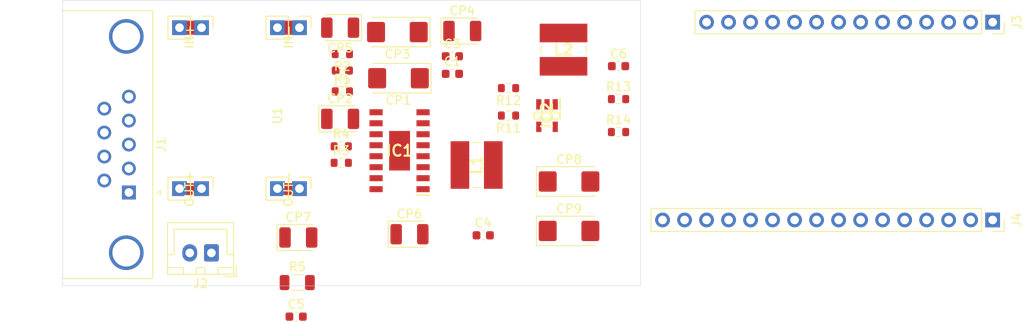
<source format=kicad_pcb>
(kicad_pcb (version 20171130) (host pcbnew "(5.1.10)-1")

  (general
    (thickness 1.6)
    (drawings 4)
    (tracks 0)
    (zones 0)
    (modules 33)
    (nets 56)
  )

  (page A4)
  (layers
    (0 F.Cu signal)
    (31 B.Cu signal)
    (32 B.Adhes user)
    (33 F.Adhes user)
    (34 B.Paste user)
    (35 F.Paste user)
    (36 B.SilkS user)
    (37 F.SilkS user)
    (38 B.Mask user)
    (39 F.Mask user)
    (40 Dwgs.User user)
    (41 Cmts.User user)
    (42 Eco1.User user)
    (43 Eco2.User user)
    (44 Edge.Cuts user)
    (45 Margin user)
    (46 B.CrtYd user)
    (47 F.CrtYd user)
    (48 B.Fab user)
    (49 F.Fab user hide)
  )

  (setup
    (last_trace_width 0.25)
    (trace_clearance 0.2)
    (zone_clearance 0.508)
    (zone_45_only no)
    (trace_min 0.2)
    (via_size 0.8)
    (via_drill 0.4)
    (via_min_size 0.4)
    (via_min_drill 0.3)
    (uvia_size 0.3)
    (uvia_drill 0.1)
    (uvias_allowed no)
    (uvia_min_size 0.2)
    (uvia_min_drill 0.1)
    (edge_width 0.05)
    (segment_width 0.2)
    (pcb_text_width 0.3)
    (pcb_text_size 1.5 1.5)
    (mod_edge_width 0.12)
    (mod_text_size 1 1)
    (mod_text_width 0.15)
    (pad_size 1.524 1.524)
    (pad_drill 0.762)
    (pad_to_mask_clearance 0)
    (aux_axis_origin 0 0)
    (visible_elements 7FFFFFFF)
    (pcbplotparams
      (layerselection 0x010fc_ffffffff)
      (usegerberextensions false)
      (usegerberattributes true)
      (usegerberadvancedattributes true)
      (creategerberjobfile true)
      (excludeedgelayer true)
      (linewidth 0.100000)
      (plotframeref false)
      (viasonmask false)
      (mode 1)
      (useauxorigin false)
      (hpglpennumber 1)
      (hpglpenspeed 20)
      (hpglpendiameter 15.000000)
      (psnegative false)
      (psa4output false)
      (plotreference true)
      (plotvalue true)
      (plotinvisibletext false)
      (padsonsilk false)
      (subtractmaskfromsilk false)
      (outputformat 1)
      (mirror false)
      (drillshape 1)
      (scaleselection 1)
      (outputdirectory ""))
  )

  (net 0 "")
  (net 1 +BATT)
  (net 2 GND)
  (net 3 "Net-(C3-Pad2)")
  (net 4 SCL)
  (net 5 SDA)
  (net 6 IRQ)
  (net 7 "Net-(IC1-Pad12)")
  (net 8 "Net-(IC1-Pad13)")
  (net 9 "Net-(IC1-Pad15)")
  (net 10 "Net-(J1-Pad1)")
  (net 11 "Net-(J1-Pad4)")
  (net 12 "Net-(J1-Pad5)")
  (net 13 "Net-(J1-Pad8)")
  (net 14 +12V)
  (net 15 CANL)
  (net 16 CANH)
  (net 17 5VOUT)
  (net 18 +3V3)
  (net 19 "Net-(C6-Pad2)")
  (net 20 "Net-(IC2-Pad1)")
  (net 21 "Net-(IC2-Pad3)")
  (net 22 "Net-(J3-Pad7)")
  (net 23 "Net-(J3-Pad6)")
  (net 24 "Net-(J3-Pad5)")
  (net 25 "Net-(J3-Pad4)")
  (net 26 "Net-(J3-Pad3)")
  (net 27 "Net-(J3-Pad2)")
  (net 28 "Net-(J3-Pad1)")
  (net 29 "Net-(J4-Pad1)")
  (net 30 "Net-(J4-Pad2)")
  (net 31 "Net-(J4-Pad3)")
  (net 32 "Net-(J4-Pad4)")
  (net 33 "Net-(J4-Pad5)")
  (net 34 "Net-(J4-Pad6)")
  (net 35 "Net-(J4-Pad7)")
  (net 36 5VIN)
  (net 37 "Net-(C2-Pad2)")
  (net 38 "Net-(C4-Pad1)")
  (net 39 "Net-(CP2-Pad1)")
  (net 40 "Net-(J3-Pad8)")
  (net 41 "Net-(J3-Pad9)")
  (net 42 "Net-(J3-Pad10)")
  (net 43 "Net-(J3-Pad11)")
  (net 44 "Net-(J3-Pad12)")
  (net 45 "Net-(J3-Pad13)")
  (net 46 "Net-(J3-Pad14)")
  (net 47 "Net-(J4-Pad8)")
  (net 48 "Net-(J4-Pad9)")
  (net 49 "Net-(J4-Pad10)")
  (net 50 "Net-(J4-Pad11)")
  (net 51 "Net-(J4-Pad12)")
  (net 52 "Net-(J4-Pad13)")
  (net 53 "Net-(J4-Pad14)")
  (net 54 "Net-(J4-Pad15)")
  (net 55 "Net-(J4-Pad16)")

  (net_class Default "This is the default net class."
    (clearance 0.2)
    (trace_width 0.25)
    (via_dia 0.8)
    (via_drill 0.4)
    (uvia_dia 0.3)
    (uvia_drill 0.1)
    (add_net +12V)
    (add_net +3V3)
    (add_net +BATT)
    (add_net 5VIN)
    (add_net 5VOUT)
    (add_net CANH)
    (add_net CANL)
    (add_net GND)
    (add_net IRQ)
    (add_net "Net-(C2-Pad2)")
    (add_net "Net-(C3-Pad2)")
    (add_net "Net-(C4-Pad1)")
    (add_net "Net-(C6-Pad2)")
    (add_net "Net-(CP2-Pad1)")
    (add_net "Net-(IC1-Pad12)")
    (add_net "Net-(IC1-Pad13)")
    (add_net "Net-(IC1-Pad15)")
    (add_net "Net-(IC2-Pad1)")
    (add_net "Net-(IC2-Pad3)")
    (add_net "Net-(J1-Pad1)")
    (add_net "Net-(J1-Pad4)")
    (add_net "Net-(J1-Pad5)")
    (add_net "Net-(J1-Pad8)")
    (add_net "Net-(J3-Pad1)")
    (add_net "Net-(J3-Pad10)")
    (add_net "Net-(J3-Pad11)")
    (add_net "Net-(J3-Pad12)")
    (add_net "Net-(J3-Pad13)")
    (add_net "Net-(J3-Pad14)")
    (add_net "Net-(J3-Pad2)")
    (add_net "Net-(J3-Pad3)")
    (add_net "Net-(J3-Pad4)")
    (add_net "Net-(J3-Pad5)")
    (add_net "Net-(J3-Pad6)")
    (add_net "Net-(J3-Pad7)")
    (add_net "Net-(J3-Pad8)")
    (add_net "Net-(J3-Pad9)")
    (add_net "Net-(J4-Pad1)")
    (add_net "Net-(J4-Pad10)")
    (add_net "Net-(J4-Pad11)")
    (add_net "Net-(J4-Pad12)")
    (add_net "Net-(J4-Pad13)")
    (add_net "Net-(J4-Pad14)")
    (add_net "Net-(J4-Pad15)")
    (add_net "Net-(J4-Pad16)")
    (add_net "Net-(J4-Pad2)")
    (add_net "Net-(J4-Pad3)")
    (add_net "Net-(J4-Pad4)")
    (add_net "Net-(J4-Pad5)")
    (add_net "Net-(J4-Pad6)")
    (add_net "Net-(J4-Pad7)")
    (add_net "Net-(J4-Pad8)")
    (add_net "Net-(J4-Pad9)")
    (add_net SCL)
    (add_net SDA)
  )

  (module ip5108:StepDownBreakout (layer F.Cu) (tedit 60D5CEB2) (tstamp 60D639B8)
    (at 129.54 89.535 270)
    (path /60DA3A30)
    (fp_text reference U1 (at 0 -3.81 270) (layer F.SilkS)
      (effects (font (size 1 1) (thickness 0.15)))
    )
    (fp_text value STEPDOWN12_5 (at 0 0 270) (layer F.Fab)
      (effects (font (size 1 1) (thickness 0.15)))
    )
    (fp_poly (pts (xy 9.144 6.858) (xy 7.874 6.858) (xy 7.874 5.588) (xy 9.144 5.588)) (layer F.Cu) (width 0.1))
    (fp_poly (pts (xy 9.144 -4.572) (xy 7.874 -4.572) (xy 7.874 -5.588) (xy 9.144 -5.588)) (layer F.Cu) (width 0.1))
    (fp_line (start 6.64 3.15) (end 6.64 9.3) (layer F.CrtYd) (width 0.05))
    (fp_line (start -11.96 3.15) (end -11.96 9.3) (layer F.CrtYd) (width 0.05))
    (fp_line (start 6.64 -8.15) (end 6.64 -2) (layer F.CrtYd) (width 0.05))
    (fp_line (start 7.11 8.82) (end 9.77 8.82) (layer F.SilkS) (width 0.12))
    (fp_line (start -11.49 8.82) (end -8.83 8.82) (layer F.SilkS) (width 0.12))
    (fp_line (start 7.11 -2.48) (end 9.77 -2.48) (layer F.SilkS) (width 0.12))
    (fp_line (start 10.24 3.15) (end 6.64 3.15) (layer F.CrtYd) (width 0.05))
    (fp_line (start -8.36 3.15) (end -11.96 3.15) (layer F.CrtYd) (width 0.05))
    (fp_line (start 10.24 -8.15) (end 6.64 -8.15) (layer F.CrtYd) (width 0.05))
    (fp_line (start 7.17 8.76) (end 7.17 4.315) (layer F.Fab) (width 0.1))
    (fp_line (start -11.43 8.76) (end -11.43 4.315) (layer F.Fab) (width 0.1))
    (fp_line (start 7.17 -2.54) (end 7.17 -6.985) (layer F.Fab) (width 0.1))
    (fp_line (start 7.11 3.62) (end 8.44 3.62) (layer F.SilkS) (width 0.12))
    (fp_line (start -11.49 3.62) (end -10.16 3.62) (layer F.SilkS) (width 0.12))
    (fp_line (start 7.11 -7.68) (end 8.44 -7.68) (layer F.SilkS) (width 0.12))
    (fp_line (start 9.77 6.22) (end 9.77 8.82) (layer F.SilkS) (width 0.12))
    (fp_line (start -8.83 6.22) (end -8.83 8.82) (layer F.SilkS) (width 0.12))
    (fp_line (start 9.77 -5.08) (end 9.77 -2.48) (layer F.SilkS) (width 0.12))
    (fp_line (start 7.11 6.22) (end 9.77 6.22) (layer F.SilkS) (width 0.12))
    (fp_line (start -11.49 6.22) (end -8.83 6.22) (layer F.SilkS) (width 0.12))
    (fp_line (start 7.11 -5.08) (end 9.77 -5.08) (layer F.SilkS) (width 0.12))
    (fp_line (start 10.24 9.3) (end 10.24 3.15) (layer F.CrtYd) (width 0.05))
    (fp_line (start -8.36 9.3) (end -8.36 3.15) (layer F.CrtYd) (width 0.05))
    (fp_line (start 10.24 -2) (end 10.24 -8.15) (layer F.CrtYd) (width 0.05))
    (fp_line (start 9.71 8.76) (end 7.17 8.76) (layer F.Fab) (width 0.1))
    (fp_line (start -8.89 8.76) (end -11.43 8.76) (layer F.Fab) (width 0.1))
    (fp_line (start 9.71 -2.54) (end 7.17 -2.54) (layer F.Fab) (width 0.1))
    (fp_line (start 7.11 6.22) (end 7.11 8.82) (layer F.SilkS) (width 0.12))
    (fp_line (start -11.49 6.22) (end -11.49 8.82) (layer F.SilkS) (width 0.12))
    (fp_line (start 7.11 -5.08) (end 7.11 -2.48) (layer F.SilkS) (width 0.12))
    (fp_line (start 6.64 9.3) (end 10.24 9.3) (layer F.CrtYd) (width 0.05))
    (fp_line (start -11.96 9.3) (end -8.36 9.3) (layer F.CrtYd) (width 0.05))
    (fp_line (start 6.64 -2) (end 10.24 -2) (layer F.CrtYd) (width 0.05))
    (fp_line (start 7.805 3.68) (end 9.71 3.68) (layer F.Fab) (width 0.1))
    (fp_line (start -10.795 3.68) (end -8.89 3.68) (layer F.Fab) (width 0.1))
    (fp_line (start 7.805 -7.62) (end 9.71 -7.62) (layer F.Fab) (width 0.1))
    (fp_line (start 9.71 3.68) (end 9.71 8.76) (layer F.Fab) (width 0.1))
    (fp_line (start -8.89 3.68) (end -8.89 8.76) (layer F.Fab) (width 0.1))
    (fp_line (start 9.71 -7.62) (end 9.71 -2.54) (layer F.Fab) (width 0.1))
    (fp_line (start 7.17 4.315) (end 7.805 3.68) (layer F.Fab) (width 0.1))
    (fp_line (start -11.43 4.315) (end -10.795 3.68) (layer F.Fab) (width 0.1))
    (fp_line (start 7.17 -6.985) (end 7.805 -7.62) (layer F.Fab) (width 0.1))
    (fp_line (start 7.11 4.95) (end 7.11 3.62) (layer F.SilkS) (width 0.12))
    (fp_line (start -11.49 4.95) (end -11.49 3.62) (layer F.SilkS) (width 0.12))
    (fp_line (start 7.11 -6.35) (end 7.11 -7.68) (layer F.SilkS) (width 0.12))
    (fp_line (start -8.36 -8.15) (end -11.96 -8.15) (layer F.CrtYd) (width 0.05))
    (fp_line (start -8.36 -2) (end -8.36 -8.15) (layer F.CrtYd) (width 0.05))
    (fp_line (start -11.49 -5.08) (end -8.83 -5.08) (layer F.SilkS) (width 0.12))
    (fp_line (start -8.83 -5.08) (end -8.83 -2.48) (layer F.SilkS) (width 0.12))
    (fp_line (start -11.43 -2.54) (end -11.43 -6.985) (layer F.Fab) (width 0.1))
    (fp_line (start -8.89 -2.54) (end -11.43 -2.54) (layer F.Fab) (width 0.1))
    (fp_line (start -11.49 -6.35) (end -11.49 -7.68) (layer F.SilkS) (width 0.12))
    (fp_line (start -11.96 -8.15) (end -11.96 -2) (layer F.CrtYd) (width 0.05))
    (fp_line (start -11.49 -7.68) (end -10.16 -7.68) (layer F.SilkS) (width 0.12))
    (fp_line (start -11.49 -5.08) (end -11.49 -2.48) (layer F.SilkS) (width 0.12))
    (fp_line (start -11.49 -2.48) (end -8.83 -2.48) (layer F.SilkS) (width 0.12))
    (fp_line (start -8.89 -7.62) (end -8.89 -2.54) (layer F.Fab) (width 0.1))
    (fp_line (start -11.96 -2) (end -8.36 -2) (layer F.CrtYd) (width 0.05))
    (fp_line (start -11.43 -6.985) (end -10.795 -7.62) (layer F.Fab) (width 0.1))
    (fp_line (start -10.795 -7.62) (end -8.89 -7.62) (layer F.Fab) (width 0.1))
    (fp_poly (pts (xy -9.398 -4.572) (xy -10.922 -4.572) (xy -10.922 -5.588) (xy -9.398 -5.588)) (layer F.Cu) (width 0.1))
    (fp_poly (pts (xy -9.398 6.858) (xy -10.922 6.858) (xy -10.922 5.588) (xy -9.398 5.588)) (layer F.Cu) (width 0.1))
    (fp_text user %R (at -10.16 -5.08) (layer F.Fab)
      (effects (font (size 1 1) (thickness 0.15)))
    )
    (fp_text user %R (at 8.44 -5.08) (layer F.Fab)
      (effects (font (size 1 1) (thickness 0.15)))
    )
    (fp_text user %R (at -10.16 6.22) (layer F.Fab)
      (effects (font (size 1 1) (thickness 0.15)))
    )
    (fp_text user %R (at 8.44 6.22) (layer F.Fab)
      (effects (font (size 1 1) (thickness 0.15)))
    )
    (fp_text user IN+ (at -7.62 6.35 270) (layer F.SilkS)
      (effects (font (size 1 1) (thickness 0.15)) (justify left))
    )
    (fp_text user IN- (at -7.62 -5.08 270) (layer F.SilkS)
      (effects (font (size 1 1) (thickness 0.15)) (justify left))
    )
    (fp_text user OUT+ (at 6.35 6.35 270) (layer F.SilkS)
      (effects (font (size 1 1) (thickness 0.15)) (justify right))
    )
    (fp_text user OUT- (at 6.35 -5.08 270) (layer F.SilkS)
      (effects (font (size 1 1) (thickness 0.15)) (justify right))
    )
    (pad 4 thru_hole rect (at -10.16 -6.35 270) (size 1.7 1.7) (drill 1) (layers *.Cu *.Mask)
      (net 2 GND))
    (pad 3 thru_hole rect (at -10.16 -3.81 270) (size 1.7 1.7) (drill 1) (layers *.Cu *.Mask)
      (net 2 GND))
    (pad 8 thru_hole rect (at 8.44 -6.35 270) (size 1.7 1.7) (drill 1) (layers *.Cu *.Mask)
      (net 2 GND))
    (pad 2 thru_hole rect (at -10.16 4.95 270) (size 1.7 1.7) (drill 1) (layers *.Cu *.Mask)
      (net 14 +12V))
    (pad 6 thru_hole rect (at 8.44 4.95 270) (size 1.7 1.7) (drill 1) (layers *.Cu *.Mask)
      (net 36 5VIN))
    (pad 7 thru_hole rect (at 8.44 -3.81 270) (size 1.7 1.7) (drill 1) (layers *.Cu *.Mask)
      (net 2 GND))
    (pad 1 thru_hole rect (at -10.16 7.49 270) (size 1.7 1.7) (drill 1) (layers *.Cu *.Mask)
      (net 14 +12V))
    (pad 5 thru_hole rect (at 8.44 7.49 270) (size 1.7 1.7) (drill 1) (layers *.Cu *.Mask)
      (net 36 5VIN))
  )

  (module Connector_Dsub:DSUB-9_Female_Horizontal_P2.77x2.84mm_EdgePinOffset4.94mm_Housed_MountingHolesOffset7.48mm (layer F.Cu) (tedit 59FEDEE2) (tstamp 60D5FF61)
    (at 116.205 98.425 270)
    (descr "9-pin D-Sub connector, horizontal/angled (90 deg), THT-mount, female, pitch 2.77x2.84mm, pin-PCB-offset 4.9399999999999995mm, distance of mounting holes 25mm, distance of mounting holes to PCB edge 7.4799999999999995mm, see https://disti-assets.s3.amazonaws.com/tonar/files/datasheets/16730.pdf")
    (tags "9-pin D-Sub connector horizontal angled 90deg THT female pitch 2.77x2.84mm pin-PCB-offset 4.9399999999999995mm mounting-holes-distance 25mm mounting-hole-offset 25mm")
    (path /60D5B7BC)
    (fp_text reference J1 (at -5.54 -3.7 90) (layer F.SilkS)
      (effects (font (size 1 1) (thickness 0.15)))
    )
    (fp_text value DB9_Female (at -5.54 15.85 90) (layer F.Fab)
      (effects (font (size 1 1) (thickness 0.15)))
    )
    (fp_line (start -20.965 -2.7) (end -20.965 7.78) (layer F.Fab) (width 0.1))
    (fp_line (start -20.965 7.78) (end 9.885 7.78) (layer F.Fab) (width 0.1))
    (fp_line (start 9.885 7.78) (end 9.885 -2.7) (layer F.Fab) (width 0.1))
    (fp_line (start 9.885 -2.7) (end -20.965 -2.7) (layer F.Fab) (width 0.1))
    (fp_line (start -20.965 7.78) (end -20.965 8.18) (layer F.Fab) (width 0.1))
    (fp_line (start -20.965 8.18) (end 9.885 8.18) (layer F.Fab) (width 0.1))
    (fp_line (start 9.885 8.18) (end 9.885 7.78) (layer F.Fab) (width 0.1))
    (fp_line (start 9.885 7.78) (end -20.965 7.78) (layer F.Fab) (width 0.1))
    (fp_line (start -13.69 8.18) (end -13.69 14.35) (layer F.Fab) (width 0.1))
    (fp_line (start -13.69 14.35) (end 2.61 14.35) (layer F.Fab) (width 0.1))
    (fp_line (start 2.61 14.35) (end 2.61 8.18) (layer F.Fab) (width 0.1))
    (fp_line (start 2.61 8.18) (end -13.69 8.18) (layer F.Fab) (width 0.1))
    (fp_line (start -20.54 8.18) (end -20.54 13.18) (layer F.Fab) (width 0.1))
    (fp_line (start -20.54 13.18) (end -15.54 13.18) (layer F.Fab) (width 0.1))
    (fp_line (start -15.54 13.18) (end -15.54 8.18) (layer F.Fab) (width 0.1))
    (fp_line (start -15.54 8.18) (end -20.54 8.18) (layer F.Fab) (width 0.1))
    (fp_line (start 4.46 8.18) (end 4.46 13.18) (layer F.Fab) (width 0.1))
    (fp_line (start 4.46 13.18) (end 9.46 13.18) (layer F.Fab) (width 0.1))
    (fp_line (start 9.46 13.18) (end 9.46 8.18) (layer F.Fab) (width 0.1))
    (fp_line (start 9.46 8.18) (end 4.46 8.18) (layer F.Fab) (width 0.1))
    (fp_line (start -19.64 7.78) (end -19.64 0.3) (layer F.Fab) (width 0.1))
    (fp_line (start -16.44 7.78) (end -16.44 0.3) (layer F.Fab) (width 0.1))
    (fp_line (start 5.36 7.78) (end 5.36 0.3) (layer F.Fab) (width 0.1))
    (fp_line (start 8.56 7.78) (end 8.56 0.3) (layer F.Fab) (width 0.1))
    (fp_line (start -21.025 7.72) (end -21.025 -2.76) (layer F.SilkS) (width 0.12))
    (fp_line (start -21.025 -2.76) (end 9.945 -2.76) (layer F.SilkS) (width 0.12))
    (fp_line (start 9.945 -2.76) (end 9.945 7.72) (layer F.SilkS) (width 0.12))
    (fp_line (start -0.25 -3.654338) (end 0.25 -3.654338) (layer F.SilkS) (width 0.12))
    (fp_line (start 0.25 -3.654338) (end 0 -3.221325) (layer F.SilkS) (width 0.12))
    (fp_line (start 0 -3.221325) (end -0.25 -3.654338) (layer F.SilkS) (width 0.12))
    (fp_line (start -21.5 -3.25) (end -21.5 14.85) (layer F.CrtYd) (width 0.05))
    (fp_line (start -21.5 14.85) (end 10.4 14.85) (layer F.CrtYd) (width 0.05))
    (fp_line (start 10.4 14.85) (end 10.4 -3.25) (layer F.CrtYd) (width 0.05))
    (fp_line (start 10.4 -3.25) (end -21.5 -3.25) (layer F.CrtYd) (width 0.05))
    (fp_arc (start -18.04 0.3) (end -19.64 0.3) (angle 180) (layer F.Fab) (width 0.1))
    (fp_arc (start 6.96 0.3) (end 5.36 0.3) (angle 180) (layer F.Fab) (width 0.1))
    (fp_text user %R (at -5.54 11.265 90) (layer F.Fab)
      (effects (font (size 1 1) (thickness 0.15)))
    )
    (pad 1 thru_hole rect (at 0 0 270) (size 1.6 1.6) (drill 1) (layers *.Cu *.Mask)
      (net 10 "Net-(J1-Pad1)"))
    (pad 2 thru_hole circle (at -2.77 0 270) (size 1.6 1.6) (drill 1) (layers *.Cu *.Mask)
      (net 15 CANL))
    (pad 3 thru_hole circle (at -5.54 0 270) (size 1.6 1.6) (drill 1) (layers *.Cu *.Mask)
      (net 2 GND))
    (pad 4 thru_hole circle (at -8.31 0 270) (size 1.6 1.6) (drill 1) (layers *.Cu *.Mask)
      (net 11 "Net-(J1-Pad4)"))
    (pad 5 thru_hole circle (at -11.08 0 270) (size 1.6 1.6) (drill 1) (layers *.Cu *.Mask)
      (net 12 "Net-(J1-Pad5)"))
    (pad 6 thru_hole circle (at -1.385 2.84 270) (size 1.6 1.6) (drill 1) (layers *.Cu *.Mask)
      (net 2 GND))
    (pad 7 thru_hole circle (at -4.155 2.84 270) (size 1.6 1.6) (drill 1) (layers *.Cu *.Mask)
      (net 16 CANH))
    (pad 8 thru_hole circle (at -6.925 2.84 270) (size 1.6 1.6) (drill 1) (layers *.Cu *.Mask)
      (net 13 "Net-(J1-Pad8)"))
    (pad 9 thru_hole circle (at -9.695 2.84 270) (size 1.6 1.6) (drill 1) (layers *.Cu *.Mask)
      (net 14 +12V))
    (pad 0 thru_hole circle (at -18.04 0.3 270) (size 4 4) (drill 3.2) (layers *.Cu *.Mask))
    (pad 0 thru_hole circle (at 6.96 0.3 270) (size 4 4) (drill 3.2) (layers *.Cu *.Mask))
    (model ${KISYS3DMOD}/Connector_Dsub.3dshapes/DSUB-9_Female_Horizontal_P2.77x2.84mm_EdgePinOffset4.94mm_Housed_MountingHolesOffset7.48mm.wrl
      (at (xyz 0 0 0))
      (scale (xyz 1 1 1))
      (rotate (xyz 0 0 0))
    )
  )

  (module Capacitor_SMD:C_0603_1608Metric (layer F.Cu) (tedit 5F68FEEE) (tstamp 60D63E5F)
    (at 172.72 83.82)
    (descr "Capacitor SMD 0603 (1608 Metric), square (rectangular) end terminal, IPC_7351 nominal, (Body size source: IPC-SM-782 page 76, https://www.pcb-3d.com/wordpress/wp-content/uploads/ipc-sm-782a_amendment_1_and_2.pdf), generated with kicad-footprint-generator")
    (tags capacitor)
    (path /60DAFF2B)
    (attr smd)
    (fp_text reference C6 (at 0 -1.43) (layer F.SilkS)
      (effects (font (size 1 1) (thickness 0.15)))
    )
    (fp_text value 47pF (at 0 1.43) (layer F.Fab)
      (effects (font (size 1 1) (thickness 0.15)))
    )
    (fp_line (start -0.8 0.4) (end -0.8 -0.4) (layer F.Fab) (width 0.1))
    (fp_line (start -0.8 -0.4) (end 0.8 -0.4) (layer F.Fab) (width 0.1))
    (fp_line (start 0.8 -0.4) (end 0.8 0.4) (layer F.Fab) (width 0.1))
    (fp_line (start 0.8 0.4) (end -0.8 0.4) (layer F.Fab) (width 0.1))
    (fp_line (start -0.14058 -0.51) (end 0.14058 -0.51) (layer F.SilkS) (width 0.12))
    (fp_line (start -0.14058 0.51) (end 0.14058 0.51) (layer F.SilkS) (width 0.12))
    (fp_line (start -1.48 0.73) (end -1.48 -0.73) (layer F.CrtYd) (width 0.05))
    (fp_line (start -1.48 -0.73) (end 1.48 -0.73) (layer F.CrtYd) (width 0.05))
    (fp_line (start 1.48 -0.73) (end 1.48 0.73) (layer F.CrtYd) (width 0.05))
    (fp_line (start 1.48 0.73) (end -1.48 0.73) (layer F.CrtYd) (width 0.05))
    (fp_text user %R (at 0 0) (layer F.Fab)
      (effects (font (size 0.4 0.4) (thickness 0.06)))
    )
    (pad 1 smd roundrect (at -0.775 0) (size 0.9 0.95) (layers F.Cu F.Paste F.Mask) (roundrect_rratio 0.25)
      (net 18 +3V3))
    (pad 2 smd roundrect (at 0.775 0) (size 0.9 0.95) (layers F.Cu F.Paste F.Mask) (roundrect_rratio 0.25)
      (net 19 "Net-(C6-Pad2)"))
    (model ${KISYS3DMOD}/Capacitor_SMD.3dshapes/C_0603_1608Metric.wrl
      (at (xyz 0 0 0))
      (scale (xyz 1 1 1))
      (rotate (xyz 0 0 0))
    )
  )

  (module Capacitor_Tantalum_SMD:CP_EIA-6032-28_Kemet-C (layer F.Cu) (tedit 5EBA9318) (tstamp 60D63E72)
    (at 167.005 97.155)
    (descr "Tantalum Capacitor SMD Kemet-C (6032-28 Metric), IPC_7351 nominal, (Body size from: http://www.kemet.com/Lists/ProductCatalog/Attachments/253/KEM_TC101_STD.pdf), generated with kicad-footprint-generator")
    (tags "capacitor tantalum")
    (path /60DB6F82)
    (attr smd)
    (fp_text reference CP8 (at 0 -2.55) (layer F.SilkS)
      (effects (font (size 1 1) (thickness 0.15)))
    )
    (fp_text value 22uF (at 0 2.55) (layer F.Fab)
      (effects (font (size 1 1) (thickness 0.15)))
    )
    (fp_line (start 3 -1.6) (end -2.2 -1.6) (layer F.Fab) (width 0.1))
    (fp_line (start -2.2 -1.6) (end -3 -0.8) (layer F.Fab) (width 0.1))
    (fp_line (start -3 -0.8) (end -3 1.6) (layer F.Fab) (width 0.1))
    (fp_line (start -3 1.6) (end 3 1.6) (layer F.Fab) (width 0.1))
    (fp_line (start 3 1.6) (end 3 -1.6) (layer F.Fab) (width 0.1))
    (fp_line (start 3 -1.71) (end -3.76 -1.71) (layer F.SilkS) (width 0.12))
    (fp_line (start -3.76 -1.71) (end -3.76 1.71) (layer F.SilkS) (width 0.12))
    (fp_line (start -3.76 1.71) (end 3 1.71) (layer F.SilkS) (width 0.12))
    (fp_line (start -3.75 1.85) (end -3.75 -1.85) (layer F.CrtYd) (width 0.05))
    (fp_line (start -3.75 -1.85) (end 3.75 -1.85) (layer F.CrtYd) (width 0.05))
    (fp_line (start 3.75 -1.85) (end 3.75 1.85) (layer F.CrtYd) (width 0.05))
    (fp_line (start 3.75 1.85) (end -3.75 1.85) (layer F.CrtYd) (width 0.05))
    (fp_text user %R (at 0 0) (layer F.Fab)
      (effects (font (size 1 1) (thickness 0.15)))
    )
    (pad 1 smd roundrect (at -2.4625 0) (size 2.075 2.35) (layers F.Cu F.Paste F.Mask) (roundrect_rratio 0.120482)
      (net 18 +3V3))
    (pad 2 smd roundrect (at 2.4625 0) (size 2.075 2.35) (layers F.Cu F.Paste F.Mask) (roundrect_rratio 0.120482)
      (net 2 GND))
    (model ${KISYS3DMOD}/Capacitor_Tantalum_SMD.3dshapes/CP_EIA-6032-28_Kemet-C.wrl
      (at (xyz 0 0 0))
      (scale (xyz 1 1 1))
      (rotate (xyz 0 0 0))
    )
  )

  (module Capacitor_Tantalum_SMD:CP_EIA-6032-28_Kemet-C (layer F.Cu) (tedit 5EBA9318) (tstamp 60D63E85)
    (at 167.005 102.87)
    (descr "Tantalum Capacitor SMD Kemet-C (6032-28 Metric), IPC_7351 nominal, (Body size from: http://www.kemet.com/Lists/ProductCatalog/Attachments/253/KEM_TC101_STD.pdf), generated with kicad-footprint-generator")
    (tags "capacitor tantalum")
    (path /60DB78E9)
    (attr smd)
    (fp_text reference CP9 (at 0 -2.55) (layer F.SilkS)
      (effects (font (size 1 1) (thickness 0.15)))
    )
    (fp_text value 22uF (at 0 2.55) (layer F.Fab)
      (effects (font (size 1 1) (thickness 0.15)))
    )
    (fp_line (start 3.75 1.85) (end -3.75 1.85) (layer F.CrtYd) (width 0.05))
    (fp_line (start 3.75 -1.85) (end 3.75 1.85) (layer F.CrtYd) (width 0.05))
    (fp_line (start -3.75 -1.85) (end 3.75 -1.85) (layer F.CrtYd) (width 0.05))
    (fp_line (start -3.75 1.85) (end -3.75 -1.85) (layer F.CrtYd) (width 0.05))
    (fp_line (start -3.76 1.71) (end 3 1.71) (layer F.SilkS) (width 0.12))
    (fp_line (start -3.76 -1.71) (end -3.76 1.71) (layer F.SilkS) (width 0.12))
    (fp_line (start 3 -1.71) (end -3.76 -1.71) (layer F.SilkS) (width 0.12))
    (fp_line (start 3 1.6) (end 3 -1.6) (layer F.Fab) (width 0.1))
    (fp_line (start -3 1.6) (end 3 1.6) (layer F.Fab) (width 0.1))
    (fp_line (start -3 -0.8) (end -3 1.6) (layer F.Fab) (width 0.1))
    (fp_line (start -2.2 -1.6) (end -3 -0.8) (layer F.Fab) (width 0.1))
    (fp_line (start 3 -1.6) (end -2.2 -1.6) (layer F.Fab) (width 0.1))
    (fp_text user %R (at 0 0) (layer F.Fab)
      (effects (font (size 1 1) (thickness 0.15)))
    )
    (pad 2 smd roundrect (at 2.4625 0) (size 2.075 2.35) (layers F.Cu F.Paste F.Mask) (roundrect_rratio 0.120482)
      (net 2 GND))
    (pad 1 smd roundrect (at -2.4625 0) (size 2.075 2.35) (layers F.Cu F.Paste F.Mask) (roundrect_rratio 0.120482)
      (net 18 +3V3))
    (model ${KISYS3DMOD}/Capacitor_Tantalum_SMD.3dshapes/CP_EIA-6032-28_Kemet-C.wrl
      (at (xyz 0 0 0))
      (scale (xyz 1 1 1))
      (rotate (xyz 0 0 0))
    )
  )

  (module SamacSys_Parts:SOT95P285X140-5N (layer F.Cu) (tedit 0) (tstamp 60D63E9D)
    (at 164.465 89.535 270)
    (descr "SOT 23-5")
    (tags "Integrated Circuit")
    (path /60D71E94)
    (attr smd)
    (fp_text reference IC2 (at 0 0 90) (layer F.SilkS)
      (effects (font (size 1.27 1.27) (thickness 0.254)))
    )
    (fp_text value SY8008B (at 0 0 90) (layer F.SilkS) hide
      (effects (font (size 1.27 1.27) (thickness 0.254)))
    )
    (fp_line (start -2.15 -1.8) (end 2.15 -1.8) (layer F.CrtYd) (width 0.05))
    (fp_line (start 2.15 -1.8) (end 2.15 1.8) (layer F.CrtYd) (width 0.05))
    (fp_line (start 2.15 1.8) (end -2.15 1.8) (layer F.CrtYd) (width 0.05))
    (fp_line (start -2.15 1.8) (end -2.15 -1.8) (layer F.CrtYd) (width 0.05))
    (fp_line (start -0.8 -1.475) (end 0.8 -1.475) (layer F.Fab) (width 0.1))
    (fp_line (start 0.8 -1.475) (end 0.8 1.475) (layer F.Fab) (width 0.1))
    (fp_line (start 0.8 1.475) (end -0.8 1.475) (layer F.Fab) (width 0.1))
    (fp_line (start -0.8 1.475) (end -0.8 -1.475) (layer F.Fab) (width 0.1))
    (fp_line (start -0.8 -0.525) (end 0.15 -1.475) (layer F.Fab) (width 0.1))
    (fp_line (start -0.35 -1.475) (end 0.35 -1.475) (layer F.SilkS) (width 0.2))
    (fp_line (start 0.35 -1.475) (end 0.35 1.475) (layer F.SilkS) (width 0.2))
    (fp_line (start 0.35 1.475) (end -0.35 1.475) (layer F.SilkS) (width 0.2))
    (fp_line (start -0.35 1.475) (end -0.35 -1.475) (layer F.SilkS) (width 0.2))
    (fp_line (start -1.9 -1.5) (end -0.7 -1.5) (layer F.SilkS) (width 0.2))
    (fp_text user %R (at 0 0 90) (layer F.Fab)
      (effects (font (size 1.27 1.27) (thickness 0.254)))
    )
    (pad 1 smd rect (at -1.3 -0.95) (size 0.6 1.2) (layers F.Cu F.Paste F.Mask)
      (net 20 "Net-(IC2-Pad1)"))
    (pad 2 smd rect (at -1.3 0) (size 0.6 1.2) (layers F.Cu F.Paste F.Mask)
      (net 2 GND))
    (pad 3 smd rect (at -1.3 0.95) (size 0.6 1.2) (layers F.Cu F.Paste F.Mask)
      (net 21 "Net-(IC2-Pad3)"))
    (pad 4 smd rect (at 1.3 0.95) (size 0.6 1.2) (layers F.Cu F.Paste F.Mask)
      (net 17 5VOUT))
    (pad 5 smd rect (at 1.3 -0.95) (size 0.6 1.2) (layers F.Cu F.Paste F.Mask)
      (net 19 "Net-(C6-Pad2)"))
    (model C:\Users\Martin.HOME\Documents\SamacSys_PCB_Library\SamacSys_Parts.3dshapes\SY8008B.stp
      (at (xyz 0 0 0))
      (scale (xyz 1 1 1))
      (rotate (xyz 0 0 0))
    )
  )

  (module SamacSys_Parts:CD54NP470LC (layer F.Cu) (tedit 0) (tstamp 60D63EAE)
    (at 166.37 81.915)
    (descr CD54NP-470LC)
    (tags Inductor)
    (path /60DAEADC)
    (attr smd)
    (fp_text reference L2 (at 0 0) (layer F.SilkS)
      (effects (font (size 1.27 1.27) (thickness 0.254)))
    )
    (fp_text value 2.2uH (at 0 0) (layer F.SilkS) hide
      (effects (font (size 1.27 1.27) (thickness 0.254)))
    )
    (fp_line (start -2.6 -2.8) (end 2.6 -2.8) (layer F.Fab) (width 0.2))
    (fp_line (start 2.6 -2.8) (end 2.6 2.8) (layer F.Fab) (width 0.2))
    (fp_line (start 2.6 2.8) (end -2.6 2.8) (layer F.Fab) (width 0.2))
    (fp_line (start -2.6 2.8) (end -2.6 -2.8) (layer F.Fab) (width 0.2))
    (fp_line (start -3.75 -4) (end 3.75 -4) (layer F.CrtYd) (width 0.1))
    (fp_line (start 3.75 -4) (end 3.75 4) (layer F.CrtYd) (width 0.1))
    (fp_line (start 3.75 4) (end -3.75 4) (layer F.CrtYd) (width 0.1))
    (fp_line (start -3.75 4) (end -3.75 -4) (layer F.CrtYd) (width 0.1))
    (fp_line (start -2.6 -0.5) (end -2.6 0.5) (layer F.SilkS) (width 0.1))
    (fp_line (start 2.6 -0.5) (end 2.6 0.5) (layer F.SilkS) (width 0.1))
    (fp_text user %R (at 0 0) (layer F.Fab)
      (effects (font (size 1.27 1.27) (thickness 0.254)))
    )
    (pad 1 smd rect (at 0 -1.925 90) (size 2.15 5.5) (layers F.Cu F.Paste F.Mask)
      (net 18 +3V3))
    (pad 2 smd rect (at 0 1.925 90) (size 2.15 5.5) (layers F.Cu F.Paste F.Mask)
      (net 21 "Net-(IC2-Pad3)"))
  )

  (module Resistor_SMD:R_0603_1608Metric (layer F.Cu) (tedit 5F68FEEE) (tstamp 60D63EBF)
    (at 160.02 89.535 180)
    (descr "Resistor SMD 0603 (1608 Metric), square (rectangular) end terminal, IPC_7351 nominal, (Body size source: IPC-SM-782 page 72, https://www.pcb-3d.com/wordpress/wp-content/uploads/ipc-sm-782a_amendment_1_and_2.pdf), generated with kicad-footprint-generator")
    (tags resistor)
    (path /60D79945)
    (attr smd)
    (fp_text reference R11 (at 0 -1.43) (layer F.SilkS)
      (effects (font (size 1 1) (thickness 0.15)))
    )
    (fp_text value 100k (at 0 1.43) (layer F.Fab)
      (effects (font (size 1 1) (thickness 0.15)))
    )
    (fp_line (start -0.8 0.4125) (end -0.8 -0.4125) (layer F.Fab) (width 0.1))
    (fp_line (start -0.8 -0.4125) (end 0.8 -0.4125) (layer F.Fab) (width 0.1))
    (fp_line (start 0.8 -0.4125) (end 0.8 0.4125) (layer F.Fab) (width 0.1))
    (fp_line (start 0.8 0.4125) (end -0.8 0.4125) (layer F.Fab) (width 0.1))
    (fp_line (start -0.237258 -0.5225) (end 0.237258 -0.5225) (layer F.SilkS) (width 0.12))
    (fp_line (start -0.237258 0.5225) (end 0.237258 0.5225) (layer F.SilkS) (width 0.12))
    (fp_line (start -1.48 0.73) (end -1.48 -0.73) (layer F.CrtYd) (width 0.05))
    (fp_line (start -1.48 -0.73) (end 1.48 -0.73) (layer F.CrtYd) (width 0.05))
    (fp_line (start 1.48 -0.73) (end 1.48 0.73) (layer F.CrtYd) (width 0.05))
    (fp_line (start 1.48 0.73) (end -1.48 0.73) (layer F.CrtYd) (width 0.05))
    (fp_text user %R (at 0 0) (layer F.Fab)
      (effects (font (size 0.4 0.4) (thickness 0.06)))
    )
    (pad 1 smd roundrect (at -0.825 0 180) (size 0.8 0.95) (layers F.Cu F.Paste F.Mask) (roundrect_rratio 0.25)
      (net 17 5VOUT))
    (pad 2 smd roundrect (at 0.825 0 180) (size 0.8 0.95) (layers F.Cu F.Paste F.Mask) (roundrect_rratio 0.25)
      (net 20 "Net-(IC2-Pad1)"))
    (model ${KISYS3DMOD}/Resistor_SMD.3dshapes/R_0603_1608Metric.wrl
      (at (xyz 0 0 0))
      (scale (xyz 1 1 1))
      (rotate (xyz 0 0 0))
    )
  )

  (module Resistor_SMD:R_0603_1608Metric (layer F.Cu) (tedit 5F68FEEE) (tstamp 60D63ED0)
    (at 160.02 86.36 180)
    (descr "Resistor SMD 0603 (1608 Metric), square (rectangular) end terminal, IPC_7351 nominal, (Body size source: IPC-SM-782 page 72, https://www.pcb-3d.com/wordpress/wp-content/uploads/ipc-sm-782a_amendment_1_and_2.pdf), generated with kicad-footprint-generator")
    (tags resistor)
    (path /60D7A4DC)
    (attr smd)
    (fp_text reference R12 (at 0 -1.43) (layer F.SilkS)
      (effects (font (size 1 1) (thickness 0.15)))
    )
    (fp_text value 100k (at 0 1.43) (layer F.Fab)
      (effects (font (size 1 1) (thickness 0.15)))
    )
    (fp_line (start 1.48 0.73) (end -1.48 0.73) (layer F.CrtYd) (width 0.05))
    (fp_line (start 1.48 -0.73) (end 1.48 0.73) (layer F.CrtYd) (width 0.05))
    (fp_line (start -1.48 -0.73) (end 1.48 -0.73) (layer F.CrtYd) (width 0.05))
    (fp_line (start -1.48 0.73) (end -1.48 -0.73) (layer F.CrtYd) (width 0.05))
    (fp_line (start -0.237258 0.5225) (end 0.237258 0.5225) (layer F.SilkS) (width 0.12))
    (fp_line (start -0.237258 -0.5225) (end 0.237258 -0.5225) (layer F.SilkS) (width 0.12))
    (fp_line (start 0.8 0.4125) (end -0.8 0.4125) (layer F.Fab) (width 0.1))
    (fp_line (start 0.8 -0.4125) (end 0.8 0.4125) (layer F.Fab) (width 0.1))
    (fp_line (start -0.8 -0.4125) (end 0.8 -0.4125) (layer F.Fab) (width 0.1))
    (fp_line (start -0.8 0.4125) (end -0.8 -0.4125) (layer F.Fab) (width 0.1))
    (fp_text user %R (at 0 0) (layer F.Fab)
      (effects (font (size 0.4 0.4) (thickness 0.06)))
    )
    (pad 2 smd roundrect (at 0.825 0 180) (size 0.8 0.95) (layers F.Cu F.Paste F.Mask) (roundrect_rratio 0.25)
      (net 2 GND))
    (pad 1 smd roundrect (at -0.825 0 180) (size 0.8 0.95) (layers F.Cu F.Paste F.Mask) (roundrect_rratio 0.25)
      (net 20 "Net-(IC2-Pad1)"))
    (model ${KISYS3DMOD}/Resistor_SMD.3dshapes/R_0603_1608Metric.wrl
      (at (xyz 0 0 0))
      (scale (xyz 1 1 1))
      (rotate (xyz 0 0 0))
    )
  )

  (module Resistor_SMD:R_0603_1608Metric (layer F.Cu) (tedit 5F68FEEE) (tstamp 60D63EE1)
    (at 172.72 87.63)
    (descr "Resistor SMD 0603 (1608 Metric), square (rectangular) end terminal, IPC_7351 nominal, (Body size source: IPC-SM-782 page 72, https://www.pcb-3d.com/wordpress/wp-content/uploads/ipc-sm-782a_amendment_1_and_2.pdf), generated with kicad-footprint-generator")
    (tags resistor)
    (path /60DB5688)
    (attr smd)
    (fp_text reference R13 (at 0 -1.43) (layer F.SilkS)
      (effects (font (size 1 1) (thickness 0.15)))
    )
    (fp_text value "453k 1%" (at 0 1.43) (layer F.Fab)
      (effects (font (size 1 1) (thickness 0.15)))
    )
    (fp_line (start -0.8 0.4125) (end -0.8 -0.4125) (layer F.Fab) (width 0.1))
    (fp_line (start -0.8 -0.4125) (end 0.8 -0.4125) (layer F.Fab) (width 0.1))
    (fp_line (start 0.8 -0.4125) (end 0.8 0.4125) (layer F.Fab) (width 0.1))
    (fp_line (start 0.8 0.4125) (end -0.8 0.4125) (layer F.Fab) (width 0.1))
    (fp_line (start -0.237258 -0.5225) (end 0.237258 -0.5225) (layer F.SilkS) (width 0.12))
    (fp_line (start -0.237258 0.5225) (end 0.237258 0.5225) (layer F.SilkS) (width 0.12))
    (fp_line (start -1.48 0.73) (end -1.48 -0.73) (layer F.CrtYd) (width 0.05))
    (fp_line (start -1.48 -0.73) (end 1.48 -0.73) (layer F.CrtYd) (width 0.05))
    (fp_line (start 1.48 -0.73) (end 1.48 0.73) (layer F.CrtYd) (width 0.05))
    (fp_line (start 1.48 0.73) (end -1.48 0.73) (layer F.CrtYd) (width 0.05))
    (fp_text user %R (at 0 0) (layer F.Fab)
      (effects (font (size 0.4 0.4) (thickness 0.06)))
    )
    (pad 1 smd roundrect (at -0.825 0) (size 0.8 0.95) (layers F.Cu F.Paste F.Mask) (roundrect_rratio 0.25)
      (net 18 +3V3))
    (pad 2 smd roundrect (at 0.825 0) (size 0.8 0.95) (layers F.Cu F.Paste F.Mask) (roundrect_rratio 0.25)
      (net 19 "Net-(C6-Pad2)"))
    (model ${KISYS3DMOD}/Resistor_SMD.3dshapes/R_0603_1608Metric.wrl
      (at (xyz 0 0 0))
      (scale (xyz 1 1 1))
      (rotate (xyz 0 0 0))
    )
  )

  (module Resistor_SMD:R_0603_1608Metric (layer F.Cu) (tedit 5F68FEEE) (tstamp 60D63EF2)
    (at 172.72 91.44)
    (descr "Resistor SMD 0603 (1608 Metric), square (rectangular) end terminal, IPC_7351 nominal, (Body size source: IPC-SM-782 page 72, https://www.pcb-3d.com/wordpress/wp-content/uploads/ipc-sm-782a_amendment_1_and_2.pdf), generated with kicad-footprint-generator")
    (tags resistor)
    (path /60DB5D90)
    (attr smd)
    (fp_text reference R14 (at 0 -1.43) (layer F.SilkS)
      (effects (font (size 1 1) (thickness 0.15)))
    )
    (fp_text value "100k 1%" (at 0 1.43) (layer F.Fab)
      (effects (font (size 1 1) (thickness 0.15)))
    )
    (fp_line (start 1.48 0.73) (end -1.48 0.73) (layer F.CrtYd) (width 0.05))
    (fp_line (start 1.48 -0.73) (end 1.48 0.73) (layer F.CrtYd) (width 0.05))
    (fp_line (start -1.48 -0.73) (end 1.48 -0.73) (layer F.CrtYd) (width 0.05))
    (fp_line (start -1.48 0.73) (end -1.48 -0.73) (layer F.CrtYd) (width 0.05))
    (fp_line (start -0.237258 0.5225) (end 0.237258 0.5225) (layer F.SilkS) (width 0.12))
    (fp_line (start -0.237258 -0.5225) (end 0.237258 -0.5225) (layer F.SilkS) (width 0.12))
    (fp_line (start 0.8 0.4125) (end -0.8 0.4125) (layer F.Fab) (width 0.1))
    (fp_line (start 0.8 -0.4125) (end 0.8 0.4125) (layer F.Fab) (width 0.1))
    (fp_line (start -0.8 -0.4125) (end 0.8 -0.4125) (layer F.Fab) (width 0.1))
    (fp_line (start -0.8 0.4125) (end -0.8 -0.4125) (layer F.Fab) (width 0.1))
    (fp_text user %R (at 0 0) (layer F.Fab)
      (effects (font (size 0.4 0.4) (thickness 0.06)))
    )
    (pad 2 smd roundrect (at 0.825 0) (size 0.8 0.95) (layers F.Cu F.Paste F.Mask) (roundrect_rratio 0.25)
      (net 2 GND))
    (pad 1 smd roundrect (at -0.825 0) (size 0.8 0.95) (layers F.Cu F.Paste F.Mask) (roundrect_rratio 0.25)
      (net 19 "Net-(C6-Pad2)"))
    (model ${KISYS3DMOD}/Resistor_SMD.3dshapes/R_0603_1608Metric.wrl
      (at (xyz 0 0 0))
      (scale (xyz 1 1 1))
      (rotate (xyz 0 0 0))
    )
  )

  (module Connector_JST:JST_XH_B2B-XH-A_1x02_P2.50mm_Vertical (layer F.Cu) (tedit 5C28146C) (tstamp 60D66C5E)
    (at 125.73 105.41 180)
    (descr "JST XH series connector, B2B-XH-A (http://www.jst-mfg.com/product/pdf/eng/eXH.pdf), generated with kicad-footprint-generator")
    (tags "connector JST XH vertical")
    (path /60EFB4F7)
    (fp_text reference J2 (at 1.25 -3.55) (layer F.SilkS)
      (effects (font (size 1 1) (thickness 0.15)))
    )
    (fp_text value Conn_01x02 (at 1.25 4.6) (layer F.Fab)
      (effects (font (size 1 1) (thickness 0.15)))
    )
    (fp_line (start -2.85 -2.75) (end -2.85 -1.5) (layer F.SilkS) (width 0.12))
    (fp_line (start -1.6 -2.75) (end -2.85 -2.75) (layer F.SilkS) (width 0.12))
    (fp_line (start 4.3 2.75) (end 1.25 2.75) (layer F.SilkS) (width 0.12))
    (fp_line (start 4.3 -0.2) (end 4.3 2.75) (layer F.SilkS) (width 0.12))
    (fp_line (start 5.05 -0.2) (end 4.3 -0.2) (layer F.SilkS) (width 0.12))
    (fp_line (start -1.8 2.75) (end 1.25 2.75) (layer F.SilkS) (width 0.12))
    (fp_line (start -1.8 -0.2) (end -1.8 2.75) (layer F.SilkS) (width 0.12))
    (fp_line (start -2.55 -0.2) (end -1.8 -0.2) (layer F.SilkS) (width 0.12))
    (fp_line (start 5.05 -2.45) (end 3.25 -2.45) (layer F.SilkS) (width 0.12))
    (fp_line (start 5.05 -1.7) (end 5.05 -2.45) (layer F.SilkS) (width 0.12))
    (fp_line (start 3.25 -1.7) (end 5.05 -1.7) (layer F.SilkS) (width 0.12))
    (fp_line (start 3.25 -2.45) (end 3.25 -1.7) (layer F.SilkS) (width 0.12))
    (fp_line (start -0.75 -2.45) (end -2.55 -2.45) (layer F.SilkS) (width 0.12))
    (fp_line (start -0.75 -1.7) (end -0.75 -2.45) (layer F.SilkS) (width 0.12))
    (fp_line (start -2.55 -1.7) (end -0.75 -1.7) (layer F.SilkS) (width 0.12))
    (fp_line (start -2.55 -2.45) (end -2.55 -1.7) (layer F.SilkS) (width 0.12))
    (fp_line (start 1.75 -2.45) (end 0.75 -2.45) (layer F.SilkS) (width 0.12))
    (fp_line (start 1.75 -1.7) (end 1.75 -2.45) (layer F.SilkS) (width 0.12))
    (fp_line (start 0.75 -1.7) (end 1.75 -1.7) (layer F.SilkS) (width 0.12))
    (fp_line (start 0.75 -2.45) (end 0.75 -1.7) (layer F.SilkS) (width 0.12))
    (fp_line (start 0 -1.35) (end 0.625 -2.35) (layer F.Fab) (width 0.1))
    (fp_line (start -0.625 -2.35) (end 0 -1.35) (layer F.Fab) (width 0.1))
    (fp_line (start 5.45 -2.85) (end -2.95 -2.85) (layer F.CrtYd) (width 0.05))
    (fp_line (start 5.45 3.9) (end 5.45 -2.85) (layer F.CrtYd) (width 0.05))
    (fp_line (start -2.95 3.9) (end 5.45 3.9) (layer F.CrtYd) (width 0.05))
    (fp_line (start -2.95 -2.85) (end -2.95 3.9) (layer F.CrtYd) (width 0.05))
    (fp_line (start 5.06 -2.46) (end -2.56 -2.46) (layer F.SilkS) (width 0.12))
    (fp_line (start 5.06 3.51) (end 5.06 -2.46) (layer F.SilkS) (width 0.12))
    (fp_line (start -2.56 3.51) (end 5.06 3.51) (layer F.SilkS) (width 0.12))
    (fp_line (start -2.56 -2.46) (end -2.56 3.51) (layer F.SilkS) (width 0.12))
    (fp_line (start 4.95 -2.35) (end -2.45 -2.35) (layer F.Fab) (width 0.1))
    (fp_line (start 4.95 3.4) (end 4.95 -2.35) (layer F.Fab) (width 0.1))
    (fp_line (start -2.45 3.4) (end 4.95 3.4) (layer F.Fab) (width 0.1))
    (fp_line (start -2.45 -2.35) (end -2.45 3.4) (layer F.Fab) (width 0.1))
    (fp_text user %R (at 1.25 2.7) (layer F.Fab)
      (effects (font (size 1 1) (thickness 0.15)))
    )
    (pad 1 thru_hole roundrect (at 0 0 180) (size 1.7 2) (drill 1) (layers *.Cu *.Mask) (roundrect_rratio 0.147059)
      (net 1 +BATT))
    (pad 2 thru_hole oval (at 2.5 0 180) (size 1.7 2) (drill 1) (layers *.Cu *.Mask)
      (net 2 GND))
    (model ${KISYS3DMOD}/Connector_JST.3dshapes/JST_XH_B2B-XH-A_1x02_P2.50mm_Vertical.wrl
      (at (xyz 0 0 0))
      (scale (xyz 1 1 1))
      (rotate (xyz 0 0 0))
    )
  )

  (module Capacitor_SMD:C_0603_1608Metric (layer F.Cu) (tedit 5F68FEEE) (tstamp 60F190A4)
    (at 153.543 84.709)
    (descr "Capacitor SMD 0603 (1608 Metric), square (rectangular) end terminal, IPC_7351 nominal, (Body size source: IPC-SM-782 page 76, https://www.pcb-3d.com/wordpress/wp-content/uploads/ipc-sm-782a_amendment_1_and_2.pdf), generated with kicad-footprint-generator")
    (tags capacitor)
    (path /60F1A96E/60F347BA)
    (attr smd)
    (fp_text reference C1 (at 0 -1.43) (layer F.SilkS)
      (effects (font (size 1 1) (thickness 0.15)))
    )
    (fp_text value 104 (at 0 1.43) (layer F.Fab)
      (effects (font (size 1 1) (thickness 0.15)))
    )
    (fp_line (start -0.8 0.4) (end -0.8 -0.4) (layer F.Fab) (width 0.1))
    (fp_line (start -0.8 -0.4) (end 0.8 -0.4) (layer F.Fab) (width 0.1))
    (fp_line (start 0.8 -0.4) (end 0.8 0.4) (layer F.Fab) (width 0.1))
    (fp_line (start 0.8 0.4) (end -0.8 0.4) (layer F.Fab) (width 0.1))
    (fp_line (start -0.14058 -0.51) (end 0.14058 -0.51) (layer F.SilkS) (width 0.12))
    (fp_line (start -0.14058 0.51) (end 0.14058 0.51) (layer F.SilkS) (width 0.12))
    (fp_line (start -1.48 0.73) (end -1.48 -0.73) (layer F.CrtYd) (width 0.05))
    (fp_line (start -1.48 -0.73) (end 1.48 -0.73) (layer F.CrtYd) (width 0.05))
    (fp_line (start 1.48 -0.73) (end 1.48 0.73) (layer F.CrtYd) (width 0.05))
    (fp_line (start 1.48 0.73) (end -1.48 0.73) (layer F.CrtYd) (width 0.05))
    (fp_text user %R (at 0 0) (layer F.Fab)
      (effects (font (size 0.4 0.4) (thickness 0.06)))
    )
    (pad 1 smd roundrect (at -0.775 0) (size 0.9 0.95) (layers F.Cu F.Paste F.Mask) (roundrect_rratio 0.25)
      (net 17 5VOUT))
    (pad 2 smd roundrect (at 0.775 0) (size 0.9 0.95) (layers F.Cu F.Paste F.Mask) (roundrect_rratio 0.25)
      (net 2 GND))
    (model ${KISYS3DMOD}/Capacitor_SMD.3dshapes/C_0603_1608Metric.wrl
      (at (xyz 0 0 0))
      (scale (xyz 1 1 1))
      (rotate (xyz 0 0 0))
    )
  )

  (module Capacitor_SMD:C_0603_1608Metric (layer F.Cu) (tedit 5F68FEEE) (tstamp 60F190B5)
    (at 140.843 84.328 180)
    (descr "Capacitor SMD 0603 (1608 Metric), square (rectangular) end terminal, IPC_7351 nominal, (Body size source: IPC-SM-782 page 76, https://www.pcb-3d.com/wordpress/wp-content/uploads/ipc-sm-782a_amendment_1_and_2.pdf), generated with kicad-footprint-generator")
    (tags capacitor)
    (path /60F1A96E/60F3473D)
    (attr smd)
    (fp_text reference C2 (at 0 -1.43) (layer F.SilkS)
      (effects (font (size 1 1) (thickness 0.15)))
    )
    (fp_text value 104 (at 0 1.43) (layer F.Fab)
      (effects (font (size 1 1) (thickness 0.15)))
    )
    (fp_line (start -0.8 0.4) (end -0.8 -0.4) (layer F.Fab) (width 0.1))
    (fp_line (start -0.8 -0.4) (end 0.8 -0.4) (layer F.Fab) (width 0.1))
    (fp_line (start 0.8 -0.4) (end 0.8 0.4) (layer F.Fab) (width 0.1))
    (fp_line (start 0.8 0.4) (end -0.8 0.4) (layer F.Fab) (width 0.1))
    (fp_line (start -0.14058 -0.51) (end 0.14058 -0.51) (layer F.SilkS) (width 0.12))
    (fp_line (start -0.14058 0.51) (end 0.14058 0.51) (layer F.SilkS) (width 0.12))
    (fp_line (start -1.48 0.73) (end -1.48 -0.73) (layer F.CrtYd) (width 0.05))
    (fp_line (start -1.48 -0.73) (end 1.48 -0.73) (layer F.CrtYd) (width 0.05))
    (fp_line (start 1.48 -0.73) (end 1.48 0.73) (layer F.CrtYd) (width 0.05))
    (fp_line (start 1.48 0.73) (end -1.48 0.73) (layer F.CrtYd) (width 0.05))
    (fp_text user %R (at 0 0) (layer F.Fab)
      (effects (font (size 0.4 0.4) (thickness 0.06)))
    )
    (pad 1 smd roundrect (at -0.775 0 180) (size 0.9 0.95) (layers F.Cu F.Paste F.Mask) (roundrect_rratio 0.25)
      (net 36 5VIN))
    (pad 2 smd roundrect (at 0.775 0 180) (size 0.9 0.95) (layers F.Cu F.Paste F.Mask) (roundrect_rratio 0.25)
      (net 37 "Net-(C2-Pad2)"))
    (model ${KISYS3DMOD}/Capacitor_SMD.3dshapes/C_0603_1608Metric.wrl
      (at (xyz 0 0 0))
      (scale (xyz 1 1 1))
      (rotate (xyz 0 0 0))
    )
  )

  (module Capacitor_SMD:C_0603_1608Metric (layer F.Cu) (tedit 5F68FEEE) (tstamp 60F190C6)
    (at 153.543 82.677)
    (descr "Capacitor SMD 0603 (1608 Metric), square (rectangular) end terminal, IPC_7351 nominal, (Body size source: IPC-SM-782 page 76, https://www.pcb-3d.com/wordpress/wp-content/uploads/ipc-sm-782a_amendment_1_and_2.pdf), generated with kicad-footprint-generator")
    (tags capacitor)
    (path /60F1A96E/60F347EA)
    (attr smd)
    (fp_text reference C3 (at 0 -1.43) (layer F.SilkS)
      (effects (font (size 1 1) (thickness 0.15)))
    )
    (fp_text value 4.7nF (at 0 1.43) (layer F.Fab)
      (effects (font (size 1 1) (thickness 0.15)))
    )
    (fp_line (start 1.48 0.73) (end -1.48 0.73) (layer F.CrtYd) (width 0.05))
    (fp_line (start 1.48 -0.73) (end 1.48 0.73) (layer F.CrtYd) (width 0.05))
    (fp_line (start -1.48 -0.73) (end 1.48 -0.73) (layer F.CrtYd) (width 0.05))
    (fp_line (start -1.48 0.73) (end -1.48 -0.73) (layer F.CrtYd) (width 0.05))
    (fp_line (start -0.14058 0.51) (end 0.14058 0.51) (layer F.SilkS) (width 0.12))
    (fp_line (start -0.14058 -0.51) (end 0.14058 -0.51) (layer F.SilkS) (width 0.12))
    (fp_line (start 0.8 0.4) (end -0.8 0.4) (layer F.Fab) (width 0.1))
    (fp_line (start 0.8 -0.4) (end 0.8 0.4) (layer F.Fab) (width 0.1))
    (fp_line (start -0.8 -0.4) (end 0.8 -0.4) (layer F.Fab) (width 0.1))
    (fp_line (start -0.8 0.4) (end -0.8 -0.4) (layer F.Fab) (width 0.1))
    (fp_text user %R (at 0 0) (layer F.Fab)
      (effects (font (size 0.4 0.4) (thickness 0.06)))
    )
    (pad 2 smd roundrect (at 0.775 0) (size 0.9 0.95) (layers F.Cu F.Paste F.Mask) (roundrect_rratio 0.25)
      (net 3 "Net-(C3-Pad2)"))
    (pad 1 smd roundrect (at -0.775 0) (size 0.9 0.95) (layers F.Cu F.Paste F.Mask) (roundrect_rratio 0.25)
      (net 17 5VOUT))
    (model ${KISYS3DMOD}/Capacitor_SMD.3dshapes/C_0603_1608Metric.wrl
      (at (xyz 0 0 0))
      (scale (xyz 1 1 1))
      (rotate (xyz 0 0 0))
    )
  )

  (module Capacitor_SMD:C_0603_1608Metric (layer F.Cu) (tedit 5F68FEEE) (tstamp 60F190D7)
    (at 157.099 103.378)
    (descr "Capacitor SMD 0603 (1608 Metric), square (rectangular) end terminal, IPC_7351 nominal, (Body size source: IPC-SM-782 page 76, https://www.pcb-3d.com/wordpress/wp-content/uploads/ipc-sm-782a_amendment_1_and_2.pdf), generated with kicad-footprint-generator")
    (tags capacitor)
    (path /60F1A96E/60F3478D)
    (attr smd)
    (fp_text reference C4 (at 0 -1.43) (layer F.SilkS)
      (effects (font (size 1 1) (thickness 0.15)))
    )
    (fp_text value 104 (at 0 1.43) (layer F.Fab)
      (effects (font (size 1 1) (thickness 0.15)))
    )
    (fp_line (start 1.48 0.73) (end -1.48 0.73) (layer F.CrtYd) (width 0.05))
    (fp_line (start 1.48 -0.73) (end 1.48 0.73) (layer F.CrtYd) (width 0.05))
    (fp_line (start -1.48 -0.73) (end 1.48 -0.73) (layer F.CrtYd) (width 0.05))
    (fp_line (start -1.48 0.73) (end -1.48 -0.73) (layer F.CrtYd) (width 0.05))
    (fp_line (start -0.14058 0.51) (end 0.14058 0.51) (layer F.SilkS) (width 0.12))
    (fp_line (start -0.14058 -0.51) (end 0.14058 -0.51) (layer F.SilkS) (width 0.12))
    (fp_line (start 0.8 0.4) (end -0.8 0.4) (layer F.Fab) (width 0.1))
    (fp_line (start 0.8 -0.4) (end 0.8 0.4) (layer F.Fab) (width 0.1))
    (fp_line (start -0.8 -0.4) (end 0.8 -0.4) (layer F.Fab) (width 0.1))
    (fp_line (start -0.8 0.4) (end -0.8 -0.4) (layer F.Fab) (width 0.1))
    (fp_text user %R (at 0 0) (layer F.Fab)
      (effects (font (size 0.4 0.4) (thickness 0.06)))
    )
    (pad 2 smd roundrect (at 0.775 0) (size 0.9 0.95) (layers F.Cu F.Paste F.Mask) (roundrect_rratio 0.25)
      (net 2 GND))
    (pad 1 smd roundrect (at -0.775 0) (size 0.9 0.95) (layers F.Cu F.Paste F.Mask) (roundrect_rratio 0.25)
      (net 38 "Net-(C4-Pad1)"))
    (model ${KISYS3DMOD}/Capacitor_SMD.3dshapes/C_0603_1608Metric.wrl
      (at (xyz 0 0 0))
      (scale (xyz 1 1 1))
      (rotate (xyz 0 0 0))
    )
  )

  (module Capacitor_SMD:C_0603_1608Metric (layer F.Cu) (tedit 5F68FEEE) (tstamp 60F190E8)
    (at 135.509 112.776)
    (descr "Capacitor SMD 0603 (1608 Metric), square (rectangular) end terminal, IPC_7351 nominal, (Body size source: IPC-SM-782 page 76, https://www.pcb-3d.com/wordpress/wp-content/uploads/ipc-sm-782a_amendment_1_and_2.pdf), generated with kicad-footprint-generator")
    (tags capacitor)
    (path /60F1A96E/60F34771)
    (attr smd)
    (fp_text reference C5 (at 0 -1.43) (layer F.SilkS)
      (effects (font (size 1 1) (thickness 0.15)))
    )
    (fp_text value 104 (at 0 1.43) (layer F.Fab)
      (effects (font (size 1 1) (thickness 0.15)))
    )
    (fp_line (start -0.8 0.4) (end -0.8 -0.4) (layer F.Fab) (width 0.1))
    (fp_line (start -0.8 -0.4) (end 0.8 -0.4) (layer F.Fab) (width 0.1))
    (fp_line (start 0.8 -0.4) (end 0.8 0.4) (layer F.Fab) (width 0.1))
    (fp_line (start 0.8 0.4) (end -0.8 0.4) (layer F.Fab) (width 0.1))
    (fp_line (start -0.14058 -0.51) (end 0.14058 -0.51) (layer F.SilkS) (width 0.12))
    (fp_line (start -0.14058 0.51) (end 0.14058 0.51) (layer F.SilkS) (width 0.12))
    (fp_line (start -1.48 0.73) (end -1.48 -0.73) (layer F.CrtYd) (width 0.05))
    (fp_line (start -1.48 -0.73) (end 1.48 -0.73) (layer F.CrtYd) (width 0.05))
    (fp_line (start 1.48 -0.73) (end 1.48 0.73) (layer F.CrtYd) (width 0.05))
    (fp_line (start 1.48 0.73) (end -1.48 0.73) (layer F.CrtYd) (width 0.05))
    (fp_text user %R (at 0 0) (layer F.Fab)
      (effects (font (size 0.4 0.4) (thickness 0.06)))
    )
    (pad 1 smd roundrect (at -0.775 0) (size 0.9 0.95) (layers F.Cu F.Paste F.Mask) (roundrect_rratio 0.25)
      (net 1 +BATT))
    (pad 2 smd roundrect (at 0.775 0) (size 0.9 0.95) (layers F.Cu F.Paste F.Mask) (roundrect_rratio 0.25)
      (net 2 GND))
    (model ${KISYS3DMOD}/Capacitor_SMD.3dshapes/C_0603_1608Metric.wrl
      (at (xyz 0 0 0))
      (scale (xyz 1 1 1))
      (rotate (xyz 0 0 0))
    )
  )

  (module Capacitor_Tantalum_SMD:CP_EIA-6032-28_Kemet-C (layer F.Cu) (tedit 5EBA9318) (tstamp 60F190FB)
    (at 147.32 85.217 180)
    (descr "Tantalum Capacitor SMD Kemet-C (6032-28 Metric), IPC_7351 nominal, (Body size from: http://www.kemet.com/Lists/ProductCatalog/Attachments/253/KEM_TC101_STD.pdf), generated with kicad-footprint-generator")
    (tags "capacitor tantalum")
    (path /60F1A96E/60F347CC)
    (attr smd)
    (fp_text reference CP1 (at 0 -2.55) (layer F.SilkS)
      (effects (font (size 1 1) (thickness 0.15)))
    )
    (fp_text value 22uF (at 0 2.55) (layer F.Fab)
      (effects (font (size 1 1) (thickness 0.15)))
    )
    (fp_line (start 3.75 1.85) (end -3.75 1.85) (layer F.CrtYd) (width 0.05))
    (fp_line (start 3.75 -1.85) (end 3.75 1.85) (layer F.CrtYd) (width 0.05))
    (fp_line (start -3.75 -1.85) (end 3.75 -1.85) (layer F.CrtYd) (width 0.05))
    (fp_line (start -3.75 1.85) (end -3.75 -1.85) (layer F.CrtYd) (width 0.05))
    (fp_line (start -3.76 1.71) (end 3 1.71) (layer F.SilkS) (width 0.12))
    (fp_line (start -3.76 -1.71) (end -3.76 1.71) (layer F.SilkS) (width 0.12))
    (fp_line (start 3 -1.71) (end -3.76 -1.71) (layer F.SilkS) (width 0.12))
    (fp_line (start 3 1.6) (end 3 -1.6) (layer F.Fab) (width 0.1))
    (fp_line (start -3 1.6) (end 3 1.6) (layer F.Fab) (width 0.1))
    (fp_line (start -3 -0.8) (end -3 1.6) (layer F.Fab) (width 0.1))
    (fp_line (start -2.2 -1.6) (end -3 -0.8) (layer F.Fab) (width 0.1))
    (fp_line (start 3 -1.6) (end -2.2 -1.6) (layer F.Fab) (width 0.1))
    (fp_text user %R (at 0 0) (layer F.Fab)
      (effects (font (size 1 1) (thickness 0.15)))
    )
    (pad 2 smd roundrect (at 2.4625 0 180) (size 2.075 2.35) (layers F.Cu F.Paste F.Mask) (roundrect_rratio 0.120482)
      (net 2 GND))
    (pad 1 smd roundrect (at -2.4625 0 180) (size 2.075 2.35) (layers F.Cu F.Paste F.Mask) (roundrect_rratio 0.120482)
      (net 17 5VOUT))
    (model ${KISYS3DMOD}/Capacitor_Tantalum_SMD.3dshapes/CP_EIA-6032-28_Kemet-C.wrl
      (at (xyz 0 0 0))
      (scale (xyz 1 1 1))
      (rotate (xyz 0 0 0))
    )
  )

  (module Capacitor_Tantalum_SMD:CP_EIA-3528-21_Kemet-B (layer F.Cu) (tedit 5EBA9318) (tstamp 60F1910E)
    (at 140.589 89.916)
    (descr "Tantalum Capacitor SMD Kemet-B (3528-21 Metric), IPC_7351 nominal, (Body size from: http://www.kemet.com/Lists/ProductCatalog/Attachments/253/KEM_TC101_STD.pdf), generated with kicad-footprint-generator")
    (tags "capacitor tantalum")
    (path /60F1A96E/60F3474F)
    (attr smd)
    (fp_text reference CP2 (at 0 -2.35) (layer F.SilkS)
      (effects (font (size 1 1) (thickness 0.15)))
    )
    (fp_text value 10uF (at 0 2.35) (layer F.Fab)
      (effects (font (size 1 1) (thickness 0.15)))
    )
    (fp_line (start 1.75 -1.4) (end -1.05 -1.4) (layer F.Fab) (width 0.1))
    (fp_line (start -1.05 -1.4) (end -1.75 -0.7) (layer F.Fab) (width 0.1))
    (fp_line (start -1.75 -0.7) (end -1.75 1.4) (layer F.Fab) (width 0.1))
    (fp_line (start -1.75 1.4) (end 1.75 1.4) (layer F.Fab) (width 0.1))
    (fp_line (start 1.75 1.4) (end 1.75 -1.4) (layer F.Fab) (width 0.1))
    (fp_line (start 1.75 -1.51) (end -2.46 -1.51) (layer F.SilkS) (width 0.12))
    (fp_line (start -2.46 -1.51) (end -2.46 1.51) (layer F.SilkS) (width 0.12))
    (fp_line (start -2.46 1.51) (end 1.75 1.51) (layer F.SilkS) (width 0.12))
    (fp_line (start -2.45 1.65) (end -2.45 -1.65) (layer F.CrtYd) (width 0.05))
    (fp_line (start -2.45 -1.65) (end 2.45 -1.65) (layer F.CrtYd) (width 0.05))
    (fp_line (start 2.45 -1.65) (end 2.45 1.65) (layer F.CrtYd) (width 0.05))
    (fp_line (start 2.45 1.65) (end -2.45 1.65) (layer F.CrtYd) (width 0.05))
    (fp_text user %R (at 0 0) (layer F.Fab)
      (effects (font (size 0.88 0.88) (thickness 0.13)))
    )
    (pad 1 smd roundrect (at -1.5375 0) (size 1.325 2.35) (layers F.Cu F.Paste F.Mask) (roundrect_rratio 0.188679)
      (net 39 "Net-(CP2-Pad1)"))
    (pad 2 smd roundrect (at 1.5375 0) (size 1.325 2.35) (layers F.Cu F.Paste F.Mask) (roundrect_rratio 0.188679)
      (net 2 GND))
    (model ${KISYS3DMOD}/Capacitor_Tantalum_SMD.3dshapes/CP_EIA-3528-21_Kemet-B.wrl
      (at (xyz 0 0 0))
      (scale (xyz 1 1 1))
      (rotate (xyz 0 0 0))
    )
  )

  (module Capacitor_Tantalum_SMD:CP_EIA-6032-28_Kemet-C (layer F.Cu) (tedit 5EBA9318) (tstamp 60F19121)
    (at 147.193 79.883 180)
    (descr "Tantalum Capacitor SMD Kemet-C (6032-28 Metric), IPC_7351 nominal, (Body size from: http://www.kemet.com/Lists/ProductCatalog/Attachments/253/KEM_TC101_STD.pdf), generated with kicad-footprint-generator")
    (tags "capacitor tantalum")
    (path /60F1A96E/60F347C6)
    (attr smd)
    (fp_text reference CP3 (at 0 -2.55) (layer F.SilkS)
      (effects (font (size 1 1) (thickness 0.15)))
    )
    (fp_text value 22uF (at 0 2.55) (layer F.Fab)
      (effects (font (size 1 1) (thickness 0.15)))
    )
    (fp_line (start 3 -1.6) (end -2.2 -1.6) (layer F.Fab) (width 0.1))
    (fp_line (start -2.2 -1.6) (end -3 -0.8) (layer F.Fab) (width 0.1))
    (fp_line (start -3 -0.8) (end -3 1.6) (layer F.Fab) (width 0.1))
    (fp_line (start -3 1.6) (end 3 1.6) (layer F.Fab) (width 0.1))
    (fp_line (start 3 1.6) (end 3 -1.6) (layer F.Fab) (width 0.1))
    (fp_line (start 3 -1.71) (end -3.76 -1.71) (layer F.SilkS) (width 0.12))
    (fp_line (start -3.76 -1.71) (end -3.76 1.71) (layer F.SilkS) (width 0.12))
    (fp_line (start -3.76 1.71) (end 3 1.71) (layer F.SilkS) (width 0.12))
    (fp_line (start -3.75 1.85) (end -3.75 -1.85) (layer F.CrtYd) (width 0.05))
    (fp_line (start -3.75 -1.85) (end 3.75 -1.85) (layer F.CrtYd) (width 0.05))
    (fp_line (start 3.75 -1.85) (end 3.75 1.85) (layer F.CrtYd) (width 0.05))
    (fp_line (start 3.75 1.85) (end -3.75 1.85) (layer F.CrtYd) (width 0.05))
    (fp_text user %R (at 0 0) (layer F.Fab)
      (effects (font (size 1 1) (thickness 0.15)))
    )
    (pad 1 smd roundrect (at -2.4625 0 180) (size 2.075 2.35) (layers F.Cu F.Paste F.Mask) (roundrect_rratio 0.120482)
      (net 17 5VOUT))
    (pad 2 smd roundrect (at 2.4625 0 180) (size 2.075 2.35) (layers F.Cu F.Paste F.Mask) (roundrect_rratio 0.120482)
      (net 2 GND))
    (model ${KISYS3DMOD}/Capacitor_Tantalum_SMD.3dshapes/CP_EIA-6032-28_Kemet-C.wrl
      (at (xyz 0 0 0))
      (scale (xyz 1 1 1))
      (rotate (xyz 0 0 0))
    )
  )

  (module Capacitor_Tantalum_SMD:CP_EIA-3528-21_Kemet-B (layer F.Cu) (tedit 5EBA9318) (tstamp 60F19134)
    (at 154.686 79.756)
    (descr "Tantalum Capacitor SMD Kemet-B (3528-21 Metric), IPC_7351 nominal, (Body size from: http://www.kemet.com/Lists/ProductCatalog/Attachments/253/KEM_TC101_STD.pdf), generated with kicad-footprint-generator")
    (tags "capacitor tantalum")
    (path /60F1A96E/60F347C0)
    (attr smd)
    (fp_text reference CP4 (at 0 -2.35) (layer F.SilkS)
      (effects (font (size 1 1) (thickness 0.15)))
    )
    (fp_text value 10uF (at 0 2.35) (layer F.Fab)
      (effects (font (size 1 1) (thickness 0.15)))
    )
    (fp_line (start 1.75 -1.4) (end -1.05 -1.4) (layer F.Fab) (width 0.1))
    (fp_line (start -1.05 -1.4) (end -1.75 -0.7) (layer F.Fab) (width 0.1))
    (fp_line (start -1.75 -0.7) (end -1.75 1.4) (layer F.Fab) (width 0.1))
    (fp_line (start -1.75 1.4) (end 1.75 1.4) (layer F.Fab) (width 0.1))
    (fp_line (start 1.75 1.4) (end 1.75 -1.4) (layer F.Fab) (width 0.1))
    (fp_line (start 1.75 -1.51) (end -2.46 -1.51) (layer F.SilkS) (width 0.12))
    (fp_line (start -2.46 -1.51) (end -2.46 1.51) (layer F.SilkS) (width 0.12))
    (fp_line (start -2.46 1.51) (end 1.75 1.51) (layer F.SilkS) (width 0.12))
    (fp_line (start -2.45 1.65) (end -2.45 -1.65) (layer F.CrtYd) (width 0.05))
    (fp_line (start -2.45 -1.65) (end 2.45 -1.65) (layer F.CrtYd) (width 0.05))
    (fp_line (start 2.45 -1.65) (end 2.45 1.65) (layer F.CrtYd) (width 0.05))
    (fp_line (start 2.45 1.65) (end -2.45 1.65) (layer F.CrtYd) (width 0.05))
    (fp_text user %R (at 0 0) (layer F.Fab)
      (effects (font (size 0.88 0.88) (thickness 0.13)))
    )
    (pad 1 smd roundrect (at -1.5375 0) (size 1.325 2.35) (layers F.Cu F.Paste F.Mask) (roundrect_rratio 0.188679)
      (net 17 5VOUT))
    (pad 2 smd roundrect (at 1.5375 0) (size 1.325 2.35) (layers F.Cu F.Paste F.Mask) (roundrect_rratio 0.188679)
      (net 2 GND))
    (model ${KISYS3DMOD}/Capacitor_Tantalum_SMD.3dshapes/CP_EIA-3528-21_Kemet-B.wrl
      (at (xyz 0 0 0))
      (scale (xyz 1 1 1))
      (rotate (xyz 0 0 0))
    )
  )

  (module Capacitor_Tantalum_SMD:CP_EIA-3528-21_Kemet-B (layer F.Cu) (tedit 5EBA9318) (tstamp 60F19147)
    (at 140.589 79.375 180)
    (descr "Tantalum Capacitor SMD Kemet-B (3528-21 Metric), IPC_7351 nominal, (Body size from: http://www.kemet.com/Lists/ProductCatalog/Attachments/253/KEM_TC101_STD.pdf), generated with kicad-footprint-generator")
    (tags "capacitor tantalum")
    (path /60F1A96E/60F34743)
    (attr smd)
    (fp_text reference CP5 (at 0 -2.35) (layer F.SilkS)
      (effects (font (size 1 1) (thickness 0.15)))
    )
    (fp_text value 10uF (at 0 2.35) (layer F.Fab)
      (effects (font (size 1 1) (thickness 0.15)))
    )
    (fp_line (start 2.45 1.65) (end -2.45 1.65) (layer F.CrtYd) (width 0.05))
    (fp_line (start 2.45 -1.65) (end 2.45 1.65) (layer F.CrtYd) (width 0.05))
    (fp_line (start -2.45 -1.65) (end 2.45 -1.65) (layer F.CrtYd) (width 0.05))
    (fp_line (start -2.45 1.65) (end -2.45 -1.65) (layer F.CrtYd) (width 0.05))
    (fp_line (start -2.46 1.51) (end 1.75 1.51) (layer F.SilkS) (width 0.12))
    (fp_line (start -2.46 -1.51) (end -2.46 1.51) (layer F.SilkS) (width 0.12))
    (fp_line (start 1.75 -1.51) (end -2.46 -1.51) (layer F.SilkS) (width 0.12))
    (fp_line (start 1.75 1.4) (end 1.75 -1.4) (layer F.Fab) (width 0.1))
    (fp_line (start -1.75 1.4) (end 1.75 1.4) (layer F.Fab) (width 0.1))
    (fp_line (start -1.75 -0.7) (end -1.75 1.4) (layer F.Fab) (width 0.1))
    (fp_line (start -1.05 -1.4) (end -1.75 -0.7) (layer F.Fab) (width 0.1))
    (fp_line (start 1.75 -1.4) (end -1.05 -1.4) (layer F.Fab) (width 0.1))
    (fp_text user %R (at 0 0) (layer F.Fab)
      (effects (font (size 0.88 0.88) (thickness 0.13)))
    )
    (pad 2 smd roundrect (at 1.5375 0 180) (size 1.325 2.35) (layers F.Cu F.Paste F.Mask) (roundrect_rratio 0.188679)
      (net 37 "Net-(C2-Pad2)"))
    (pad 1 smd roundrect (at -1.5375 0 180) (size 1.325 2.35) (layers F.Cu F.Paste F.Mask) (roundrect_rratio 0.188679)
      (net 36 5VIN))
    (model ${KISYS3DMOD}/Capacitor_Tantalum_SMD.3dshapes/CP_EIA-3528-21_Kemet-B.wrl
      (at (xyz 0 0 0))
      (scale (xyz 1 1 1))
      (rotate (xyz 0 0 0))
    )
  )

  (module Capacitor_Tantalum_SMD:CP_EIA-3528-21_Kemet-B (layer F.Cu) (tedit 5EBA9318) (tstamp 60F1915A)
    (at 148.59 103.251)
    (descr "Tantalum Capacitor SMD Kemet-B (3528-21 Metric), IPC_7351 nominal, (Body size from: http://www.kemet.com/Lists/ProductCatalog/Attachments/253/KEM_TC101_STD.pdf), generated with kicad-footprint-generator")
    (tags "capacitor tantalum")
    (path /60F1A96E/60F34765)
    (attr smd)
    (fp_text reference CP6 (at 0 -2.35) (layer F.SilkS)
      (effects (font (size 1 1) (thickness 0.15)))
    )
    (fp_text value 10uF (at 0 2.35) (layer F.Fab)
      (effects (font (size 1 1) (thickness 0.15)))
    )
    (fp_line (start 1.75 -1.4) (end -1.05 -1.4) (layer F.Fab) (width 0.1))
    (fp_line (start -1.05 -1.4) (end -1.75 -0.7) (layer F.Fab) (width 0.1))
    (fp_line (start -1.75 -0.7) (end -1.75 1.4) (layer F.Fab) (width 0.1))
    (fp_line (start -1.75 1.4) (end 1.75 1.4) (layer F.Fab) (width 0.1))
    (fp_line (start 1.75 1.4) (end 1.75 -1.4) (layer F.Fab) (width 0.1))
    (fp_line (start 1.75 -1.51) (end -2.46 -1.51) (layer F.SilkS) (width 0.12))
    (fp_line (start -2.46 -1.51) (end -2.46 1.51) (layer F.SilkS) (width 0.12))
    (fp_line (start -2.46 1.51) (end 1.75 1.51) (layer F.SilkS) (width 0.12))
    (fp_line (start -2.45 1.65) (end -2.45 -1.65) (layer F.CrtYd) (width 0.05))
    (fp_line (start -2.45 -1.65) (end 2.45 -1.65) (layer F.CrtYd) (width 0.05))
    (fp_line (start 2.45 -1.65) (end 2.45 1.65) (layer F.CrtYd) (width 0.05))
    (fp_line (start 2.45 1.65) (end -2.45 1.65) (layer F.CrtYd) (width 0.05))
    (fp_text user %R (at 0 0) (layer F.Fab)
      (effects (font (size 0.88 0.88) (thickness 0.13)))
    )
    (pad 1 smd roundrect (at -1.5375 0) (size 1.325 2.35) (layers F.Cu F.Paste F.Mask) (roundrect_rratio 0.188679)
      (net 38 "Net-(C4-Pad1)"))
    (pad 2 smd roundrect (at 1.5375 0) (size 1.325 2.35) (layers F.Cu F.Paste F.Mask) (roundrect_rratio 0.188679)
      (net 2 GND))
    (model ${KISYS3DMOD}/Capacitor_Tantalum_SMD.3dshapes/CP_EIA-3528-21_Kemet-B.wrl
      (at (xyz 0 0 0))
      (scale (xyz 1 1 1))
      (rotate (xyz 0 0 0))
    )
  )

  (module Capacitor_Tantalum_SMD:CP_EIA-3528-21_Kemet-B (layer F.Cu) (tedit 5EBA9318) (tstamp 60F1916D)
    (at 135.763 103.632)
    (descr "Tantalum Capacitor SMD Kemet-B (3528-21 Metric), IPC_7351 nominal, (Body size from: http://www.kemet.com/Lists/ProductCatalog/Attachments/253/KEM_TC101_STD.pdf), generated with kicad-footprint-generator")
    (tags "capacitor tantalum")
    (path /60F1A96E/60F34777)
    (attr smd)
    (fp_text reference CP7 (at 0 -2.35) (layer F.SilkS)
      (effects (font (size 1 1) (thickness 0.15)))
    )
    (fp_text value 10uF (at 0 2.35) (layer F.Fab)
      (effects (font (size 1 1) (thickness 0.15)))
    )
    (fp_line (start 2.45 1.65) (end -2.45 1.65) (layer F.CrtYd) (width 0.05))
    (fp_line (start 2.45 -1.65) (end 2.45 1.65) (layer F.CrtYd) (width 0.05))
    (fp_line (start -2.45 -1.65) (end 2.45 -1.65) (layer F.CrtYd) (width 0.05))
    (fp_line (start -2.45 1.65) (end -2.45 -1.65) (layer F.CrtYd) (width 0.05))
    (fp_line (start -2.46 1.51) (end 1.75 1.51) (layer F.SilkS) (width 0.12))
    (fp_line (start -2.46 -1.51) (end -2.46 1.51) (layer F.SilkS) (width 0.12))
    (fp_line (start 1.75 -1.51) (end -2.46 -1.51) (layer F.SilkS) (width 0.12))
    (fp_line (start 1.75 1.4) (end 1.75 -1.4) (layer F.Fab) (width 0.1))
    (fp_line (start -1.75 1.4) (end 1.75 1.4) (layer F.Fab) (width 0.1))
    (fp_line (start -1.75 -0.7) (end -1.75 1.4) (layer F.Fab) (width 0.1))
    (fp_line (start -1.05 -1.4) (end -1.75 -0.7) (layer F.Fab) (width 0.1))
    (fp_line (start 1.75 -1.4) (end -1.05 -1.4) (layer F.Fab) (width 0.1))
    (fp_text user %R (at 0 0) (layer F.Fab)
      (effects (font (size 0.88 0.88) (thickness 0.13)))
    )
    (pad 2 smd roundrect (at 1.5375 0) (size 1.325 2.35) (layers F.Cu F.Paste F.Mask) (roundrect_rratio 0.188679)
      (net 2 GND))
    (pad 1 smd roundrect (at -1.5375 0) (size 1.325 2.35) (layers F.Cu F.Paste F.Mask) (roundrect_rratio 0.188679)
      (net 1 +BATT))
    (model ${KISYS3DMOD}/Capacitor_Tantalum_SMD.3dshapes/CP_EIA-3528-21_Kemet-B.wrl
      (at (xyz 0 0 0))
      (scale (xyz 1 1 1))
      (rotate (xyz 0 0 0))
    )
  )

  (module SamacSys_Parts:SOIC127P600X175-17N (layer F.Cu) (tedit 0) (tstamp 60F1918D)
    (at 147.447 93.599 180)
    (descr ESOP16L)
    (tags "Integrated Circuit")
    (path /60F1A96E/60F34737)
    (attr smd)
    (fp_text reference IC1 (at 0 0) (layer F.SilkS)
      (effects (font (size 1.27 1.27) (thickness 0.254)))
    )
    (fp_text value IP5108 (at 0 0) (layer F.SilkS) hide
      (effects (font (size 1.27 1.27) (thickness 0.254)))
    )
    (fp_line (start -3.725 -5.3) (end 3.725 -5.3) (layer F.CrtYd) (width 0.05))
    (fp_line (start 3.725 -5.3) (end 3.725 5.3) (layer F.CrtYd) (width 0.05))
    (fp_line (start 3.725 5.3) (end -3.725 5.3) (layer F.CrtYd) (width 0.05))
    (fp_line (start -3.725 5.3) (end -3.725 -5.3) (layer F.CrtYd) (width 0.05))
    (fp_line (start -1.95 -4.95) (end 1.95 -4.95) (layer F.Fab) (width 0.1))
    (fp_line (start 1.95 -4.95) (end 1.95 4.95) (layer F.Fab) (width 0.1))
    (fp_line (start 1.95 4.95) (end -1.95 4.95) (layer F.Fab) (width 0.1))
    (fp_line (start -1.95 4.95) (end -1.95 -4.95) (layer F.Fab) (width 0.1))
    (fp_line (start -1.95 -3.68) (end -0.68 -4.95) (layer F.Fab) (width 0.1))
    (fp_line (start -3.475 -5.145) (end -1.95 -5.145) (layer F.SilkS) (width 0.2))
    (fp_text user %R (at 0 0) (layer F.Fab)
      (effects (font (size 1.27 1.27) (thickness 0.254)))
    )
    (pad 1 smd rect (at -2.712 -4.445 270) (size 0.7 1.525) (layers F.Cu F.Paste F.Mask)
      (net 38 "Net-(C4-Pad1)"))
    (pad 2 smd rect (at -2.712 -3.175 270) (size 0.7 1.525) (layers F.Cu F.Paste F.Mask)
      (net 2 GND))
    (pad 3 smd rect (at -2.712 -1.905 270) (size 0.7 1.525) (layers F.Cu F.Paste F.Mask)
      (net 3 "Net-(C3-Pad2)"))
    (pad 4 smd rect (at -2.712 -0.635 270) (size 0.7 1.525) (layers F.Cu F.Paste F.Mask)
      (net 3 "Net-(C3-Pad2)"))
    (pad 5 smd rect (at -2.712 0.635 270) (size 0.7 1.525) (layers F.Cu F.Paste F.Mask)
      (net 17 5VOUT))
    (pad 6 smd rect (at -2.712 1.905 270) (size 0.7 1.525) (layers F.Cu F.Paste F.Mask)
      (net 17 5VOUT))
    (pad 7 smd rect (at -2.712 3.175 270) (size 0.7 1.525) (layers F.Cu F.Paste F.Mask)
      (net 36 5VIN))
    (pad 8 smd rect (at -2.712 4.445 270) (size 0.7 1.525) (layers F.Cu F.Paste F.Mask)
      (net 2 GND))
    (pad 9 smd rect (at 2.712 4.445 270) (size 0.7 1.525) (layers F.Cu F.Paste F.Mask)
      (net 4 SCL))
    (pad 10 smd rect (at 2.712 3.175 270) (size 0.7 1.525) (layers F.Cu F.Paste F.Mask)
      (net 5 SDA))
    (pad 11 smd rect (at 2.712 1.905 270) (size 0.7 1.525) (layers F.Cu F.Paste F.Mask)
      (net 6 IRQ))
    (pad 12 smd rect (at 2.712 0.635 270) (size 0.7 1.525) (layers F.Cu F.Paste F.Mask)
      (net 7 "Net-(IC1-Pad12)"))
    (pad 13 smd rect (at 2.712 -0.635 270) (size 0.7 1.525) (layers F.Cu F.Paste F.Mask)
      (net 8 "Net-(IC1-Pad13)"))
    (pad 14 smd rect (at 2.712 -1.905 270) (size 0.7 1.525) (layers F.Cu F.Paste F.Mask)
      (net 2 GND))
    (pad 15 smd rect (at 2.712 -3.175 270) (size 0.7 1.525) (layers F.Cu F.Paste F.Mask)
      (net 9 "Net-(IC1-Pad15)"))
    (pad 16 smd rect (at 2.712 -4.445 270) (size 0.7 1.525) (layers F.Cu F.Paste F.Mask)
      (net 1 +BATT))
    (pad 17 smd rect (at 0 0 180) (size 2.41 4.57) (layers F.Cu F.Paste F.Mask)
      (net 2 GND))
    (model C:\Users\Martin.HOME\Documents\SamacSys_PCB_Library\SamacSys_Parts.3dshapes\IP5108.stp
      (at (xyz 0 0 0))
      (scale (xyz 1 1 1))
      (rotate (xyz 0 0 0))
    )
  )

  (module SamacSys_Parts:CD54NP470LC (layer F.Cu) (tedit 0) (tstamp 60F1919E)
    (at 156.337 95.25 270)
    (descr CD54NP-470LC)
    (tags Inductor)
    (path /60F1A96E/60F34755)
    (attr smd)
    (fp_text reference L1 (at 0 0 90) (layer F.SilkS)
      (effects (font (size 1.27 1.27) (thickness 0.254)))
    )
    (fp_text value 1uH (at 0 0 90) (layer F.SilkS) hide
      (effects (font (size 1.27 1.27) (thickness 0.254)))
    )
    (fp_line (start -2.6 -2.8) (end 2.6 -2.8) (layer F.Fab) (width 0.2))
    (fp_line (start 2.6 -2.8) (end 2.6 2.8) (layer F.Fab) (width 0.2))
    (fp_line (start 2.6 2.8) (end -2.6 2.8) (layer F.Fab) (width 0.2))
    (fp_line (start -2.6 2.8) (end -2.6 -2.8) (layer F.Fab) (width 0.2))
    (fp_line (start -3.75 -4) (end 3.75 -4) (layer F.CrtYd) (width 0.1))
    (fp_line (start 3.75 -4) (end 3.75 4) (layer F.CrtYd) (width 0.1))
    (fp_line (start 3.75 4) (end -3.75 4) (layer F.CrtYd) (width 0.1))
    (fp_line (start -3.75 4) (end -3.75 -4) (layer F.CrtYd) (width 0.1))
    (fp_line (start -2.6 -0.5) (end -2.6 0.5) (layer F.SilkS) (width 0.1))
    (fp_line (start 2.6 -0.5) (end 2.6 0.5) (layer F.SilkS) (width 0.1))
    (fp_text user %R (at 0 0 90) (layer F.Fab)
      (effects (font (size 1.27 1.27) (thickness 0.254)))
    )
    (pad 1 smd rect (at 0 -1.925) (size 2.15 5.5) (layers F.Cu F.Paste F.Mask)
      (net 38 "Net-(C4-Pad1)"))
    (pad 2 smd rect (at 0 1.925) (size 2.15 5.5) (layers F.Cu F.Paste F.Mask)
      (net 3 "Net-(C3-Pad2)"))
  )

  (module Resistor_SMD:R_0603_1608Metric (layer F.Cu) (tedit 5F68FEEE) (tstamp 60F191AF)
    (at 140.843 86.741)
    (descr "Resistor SMD 0603 (1608 Metric), square (rectangular) end terminal, IPC_7351 nominal, (Body size source: IPC-SM-782 page 72, https://www.pcb-3d.com/wordpress/wp-content/uploads/ipc-sm-782a_amendment_1_and_2.pdf), generated with kicad-footprint-generator")
    (tags resistor)
    (path /60F1A96E/60F34829)
    (attr smd)
    (fp_text reference R1 (at 0 -1.43) (layer F.SilkS)
      (effects (font (size 1 1) (thickness 0.15)))
    )
    (fp_text value 2R (at 0 1.43) (layer F.Fab)
      (effects (font (size 1 1) (thickness 0.15)))
    )
    (fp_line (start -0.8 0.4125) (end -0.8 -0.4125) (layer F.Fab) (width 0.1))
    (fp_line (start -0.8 -0.4125) (end 0.8 -0.4125) (layer F.Fab) (width 0.1))
    (fp_line (start 0.8 -0.4125) (end 0.8 0.4125) (layer F.Fab) (width 0.1))
    (fp_line (start 0.8 0.4125) (end -0.8 0.4125) (layer F.Fab) (width 0.1))
    (fp_line (start -0.237258 -0.5225) (end 0.237258 -0.5225) (layer F.SilkS) (width 0.12))
    (fp_line (start -0.237258 0.5225) (end 0.237258 0.5225) (layer F.SilkS) (width 0.12))
    (fp_line (start -1.48 0.73) (end -1.48 -0.73) (layer F.CrtYd) (width 0.05))
    (fp_line (start -1.48 -0.73) (end 1.48 -0.73) (layer F.CrtYd) (width 0.05))
    (fp_line (start 1.48 -0.73) (end 1.48 0.73) (layer F.CrtYd) (width 0.05))
    (fp_line (start 1.48 0.73) (end -1.48 0.73) (layer F.CrtYd) (width 0.05))
    (fp_text user %R (at 0 0) (layer F.Fab)
      (effects (font (size 0.4 0.4) (thickness 0.06)))
    )
    (pad 1 smd roundrect (at -0.825 0) (size 0.8 0.95) (layers F.Cu F.Paste F.Mask) (roundrect_rratio 0.25)
      (net 39 "Net-(CP2-Pad1)"))
    (pad 2 smd roundrect (at 0.825 0) (size 0.8 0.95) (layers F.Cu F.Paste F.Mask) (roundrect_rratio 0.25)
      (net 36 5VIN))
    (model ${KISYS3DMOD}/Resistor_SMD.3dshapes/R_0603_1608Metric.wrl
      (at (xyz 0 0 0))
      (scale (xyz 1 1 1))
      (rotate (xyz 0 0 0))
    )
  )

  (module Resistor_SMD:R_0603_1608Metric (layer F.Cu) (tedit 5F68FEEE) (tstamp 60F191C0)
    (at 140.843 82.423 180)
    (descr "Resistor SMD 0603 (1608 Metric), square (rectangular) end terminal, IPC_7351 nominal, (Body size source: IPC-SM-782 page 72, https://www.pcb-3d.com/wordpress/wp-content/uploads/ipc-sm-782a_amendment_1_and_2.pdf), generated with kicad-footprint-generator")
    (tags resistor)
    (path /60F1A96E/60F34749)
    (attr smd)
    (fp_text reference R2 (at 0 -1.43) (layer F.SilkS)
      (effects (font (size 1 1) (thickness 0.15)))
    )
    (fp_text value 1K (at 0 1.43) (layer F.Fab)
      (effects (font (size 1 1) (thickness 0.15)))
    )
    (fp_line (start 1.48 0.73) (end -1.48 0.73) (layer F.CrtYd) (width 0.05))
    (fp_line (start 1.48 -0.73) (end 1.48 0.73) (layer F.CrtYd) (width 0.05))
    (fp_line (start -1.48 -0.73) (end 1.48 -0.73) (layer F.CrtYd) (width 0.05))
    (fp_line (start -1.48 0.73) (end -1.48 -0.73) (layer F.CrtYd) (width 0.05))
    (fp_line (start -0.237258 0.5225) (end 0.237258 0.5225) (layer F.SilkS) (width 0.12))
    (fp_line (start -0.237258 -0.5225) (end 0.237258 -0.5225) (layer F.SilkS) (width 0.12))
    (fp_line (start 0.8 0.4125) (end -0.8 0.4125) (layer F.Fab) (width 0.1))
    (fp_line (start 0.8 -0.4125) (end 0.8 0.4125) (layer F.Fab) (width 0.1))
    (fp_line (start -0.8 -0.4125) (end 0.8 -0.4125) (layer F.Fab) (width 0.1))
    (fp_line (start -0.8 0.4125) (end -0.8 -0.4125) (layer F.Fab) (width 0.1))
    (fp_text user %R (at 0 0) (layer F.Fab)
      (effects (font (size 0.4 0.4) (thickness 0.06)))
    )
    (pad 2 smd roundrect (at 0.825 0 180) (size 0.8 0.95) (layers F.Cu F.Paste F.Mask) (roundrect_rratio 0.25)
      (net 37 "Net-(C2-Pad2)"))
    (pad 1 smd roundrect (at -0.825 0 180) (size 0.8 0.95) (layers F.Cu F.Paste F.Mask) (roundrect_rratio 0.25)
      (net 36 5VIN))
    (model ${KISYS3DMOD}/Resistor_SMD.3dshapes/R_0603_1608Metric.wrl
      (at (xyz 0 0 0))
      (scale (xyz 1 1 1))
      (rotate (xyz 0 0 0))
    )
  )

  (module Resistor_SMD:R_0603_1608Metric (layer F.Cu) (tedit 5F68FEEE) (tstamp 60F191D1)
    (at 140.716 94.996)
    (descr "Resistor SMD 0603 (1608 Metric), square (rectangular) end terminal, IPC_7351 nominal, (Body size source: IPC-SM-782 page 72, https://www.pcb-3d.com/wordpress/wp-content/uploads/ipc-sm-782a_amendment_1_and_2.pdf), generated with kicad-footprint-generator")
    (tags resistor)
    (path /60F1A96E/60F347FA)
    (attr smd)
    (fp_text reference R3 (at 0 -1.43) (layer F.SilkS)
      (effects (font (size 1 1) (thickness 0.15)))
    )
    (fp_text value 3.3k (at 0 1.43) (layer F.Fab)
      (effects (font (size 1 1) (thickness 0.15)))
    )
    (fp_line (start -0.8 0.4125) (end -0.8 -0.4125) (layer F.Fab) (width 0.1))
    (fp_line (start -0.8 -0.4125) (end 0.8 -0.4125) (layer F.Fab) (width 0.1))
    (fp_line (start 0.8 -0.4125) (end 0.8 0.4125) (layer F.Fab) (width 0.1))
    (fp_line (start 0.8 0.4125) (end -0.8 0.4125) (layer F.Fab) (width 0.1))
    (fp_line (start -0.237258 -0.5225) (end 0.237258 -0.5225) (layer F.SilkS) (width 0.12))
    (fp_line (start -0.237258 0.5225) (end 0.237258 0.5225) (layer F.SilkS) (width 0.12))
    (fp_line (start -1.48 0.73) (end -1.48 -0.73) (layer F.CrtYd) (width 0.05))
    (fp_line (start -1.48 -0.73) (end 1.48 -0.73) (layer F.CrtYd) (width 0.05))
    (fp_line (start 1.48 -0.73) (end 1.48 0.73) (layer F.CrtYd) (width 0.05))
    (fp_line (start 1.48 0.73) (end -1.48 0.73) (layer F.CrtYd) (width 0.05))
    (fp_text user %R (at 0 0) (layer F.Fab)
      (effects (font (size 0.4 0.4) (thickness 0.06)))
    )
    (pad 1 smd roundrect (at -0.825 0) (size 0.8 0.95) (layers F.Cu F.Paste F.Mask) (roundrect_rratio 0.25)
      (net 7 "Net-(IC1-Pad12)"))
    (pad 2 smd roundrect (at 0.825 0) (size 0.8 0.95) (layers F.Cu F.Paste F.Mask) (roundrect_rratio 0.25)
      (net 5 SDA))
    (model ${KISYS3DMOD}/Resistor_SMD.3dshapes/R_0603_1608Metric.wrl
      (at (xyz 0 0 0))
      (scale (xyz 1 1 1))
      (rotate (xyz 0 0 0))
    )
  )

  (module Resistor_SMD:R_0603_1608Metric (layer F.Cu) (tedit 5F68FEEE) (tstamp 60F191E2)
    (at 140.716 93.091)
    (descr "Resistor SMD 0603 (1608 Metric), square (rectangular) end terminal, IPC_7351 nominal, (Body size source: IPC-SM-782 page 72, https://www.pcb-3d.com/wordpress/wp-content/uploads/ipc-sm-782a_amendment_1_and_2.pdf), generated with kicad-footprint-generator")
    (tags resistor)
    (path /60F1A96E/60F34800)
    (attr smd)
    (fp_text reference R4 (at 0 -1.43) (layer F.SilkS)
      (effects (font (size 1 1) (thickness 0.15)))
    )
    (fp_text value 3.3k (at 0 1.43) (layer F.Fab)
      (effects (font (size 1 1) (thickness 0.15)))
    )
    (fp_line (start 1.48 0.73) (end -1.48 0.73) (layer F.CrtYd) (width 0.05))
    (fp_line (start 1.48 -0.73) (end 1.48 0.73) (layer F.CrtYd) (width 0.05))
    (fp_line (start -1.48 -0.73) (end 1.48 -0.73) (layer F.CrtYd) (width 0.05))
    (fp_line (start -1.48 0.73) (end -1.48 -0.73) (layer F.CrtYd) (width 0.05))
    (fp_line (start -0.237258 0.5225) (end 0.237258 0.5225) (layer F.SilkS) (width 0.12))
    (fp_line (start -0.237258 -0.5225) (end 0.237258 -0.5225) (layer F.SilkS) (width 0.12))
    (fp_line (start 0.8 0.4125) (end -0.8 0.4125) (layer F.Fab) (width 0.1))
    (fp_line (start 0.8 -0.4125) (end 0.8 0.4125) (layer F.Fab) (width 0.1))
    (fp_line (start -0.8 -0.4125) (end 0.8 -0.4125) (layer F.Fab) (width 0.1))
    (fp_line (start -0.8 0.4125) (end -0.8 -0.4125) (layer F.Fab) (width 0.1))
    (fp_text user %R (at 0 0) (layer F.Fab)
      (effects (font (size 0.4 0.4) (thickness 0.06)))
    )
    (pad 2 smd roundrect (at 0.825 0) (size 0.8 0.95) (layers F.Cu F.Paste F.Mask) (roundrect_rratio 0.25)
      (net 4 SCL))
    (pad 1 smd roundrect (at -0.825 0) (size 0.8 0.95) (layers F.Cu F.Paste F.Mask) (roundrect_rratio 0.25)
      (net 7 "Net-(IC1-Pad12)"))
    (model ${KISYS3DMOD}/Resistor_SMD.3dshapes/R_0603_1608Metric.wrl
      (at (xyz 0 0 0))
      (scale (xyz 1 1 1))
      (rotate (xyz 0 0 0))
    )
  )

  (module Resistor_SMD:R_1206_3216Metric (layer F.Cu) (tedit 5F68FEEE) (tstamp 60F191F3)
    (at 135.636 108.839)
    (descr "Resistor SMD 1206 (3216 Metric), square (rectangular) end terminal, IPC_7351 nominal, (Body size source: IPC-SM-782 page 72, https://www.pcb-3d.com/wordpress/wp-content/uploads/ipc-sm-782a_amendment_1_and_2.pdf), generated with kicad-footprint-generator")
    (tags resistor)
    (path /60F1A96E/60F3476B)
    (attr smd)
    (fp_text reference R5 (at 0 -1.82) (layer F.SilkS)
      (effects (font (size 1 1) (thickness 0.15)))
    )
    (fp_text value 10mOhm (at 0 1.82) (layer F.Fab)
      (effects (font (size 1 1) (thickness 0.15)))
    )
    (fp_line (start -1.6 0.8) (end -1.6 -0.8) (layer F.Fab) (width 0.1))
    (fp_line (start -1.6 -0.8) (end 1.6 -0.8) (layer F.Fab) (width 0.1))
    (fp_line (start 1.6 -0.8) (end 1.6 0.8) (layer F.Fab) (width 0.1))
    (fp_line (start 1.6 0.8) (end -1.6 0.8) (layer F.Fab) (width 0.1))
    (fp_line (start -0.727064 -0.91) (end 0.727064 -0.91) (layer F.SilkS) (width 0.12))
    (fp_line (start -0.727064 0.91) (end 0.727064 0.91) (layer F.SilkS) (width 0.12))
    (fp_line (start -2.28 1.12) (end -2.28 -1.12) (layer F.CrtYd) (width 0.05))
    (fp_line (start -2.28 -1.12) (end 2.28 -1.12) (layer F.CrtYd) (width 0.05))
    (fp_line (start 2.28 -1.12) (end 2.28 1.12) (layer F.CrtYd) (width 0.05))
    (fp_line (start 2.28 1.12) (end -2.28 1.12) (layer F.CrtYd) (width 0.05))
    (fp_text user %R (at 0 0) (layer F.Fab)
      (effects (font (size 0.8 0.8) (thickness 0.12)))
    )
    (pad 1 smd roundrect (at -1.4625 0) (size 1.125 1.75) (layers F.Cu F.Paste F.Mask) (roundrect_rratio 0.222222)
      (net 1 +BATT))
    (pad 2 smd roundrect (at 1.4625 0) (size 1.125 1.75) (layers F.Cu F.Paste F.Mask) (roundrect_rratio 0.222222)
      (net 38 "Net-(C4-Pad1)"))
    (model ${KISYS3DMOD}/Resistor_SMD.3dshapes/R_1206_3216Metric.wrl
      (at (xyz 0 0 0))
      (scale (xyz 1 1 1))
      (rotate (xyz 0 0 0))
    )
  )

  (module Connector_PinSocket_2.54mm:PinSocket_1x14_P2.54mm_Vertical (layer F.Cu) (tedit 5A19A434) (tstamp 60F1A083)
    (at 215.9 78.74 270)
    (descr "Through hole straight socket strip, 1x14, 2.54mm pitch, single row (from Kicad 4.0.7), script generated")
    (tags "Through hole socket strip THT 1x14 2.54mm single row")
    (path /60DF886D)
    (fp_text reference J3 (at 0 -2.77 90) (layer F.SilkS)
      (effects (font (size 1 1) (thickness 0.15)))
    )
    (fp_text value Conn_01x14 (at 0 35.79 90) (layer F.Fab)
      (effects (font (size 1 1) (thickness 0.15)))
    )
    (fp_line (start -1.8 34.8) (end -1.8 -1.8) (layer F.CrtYd) (width 0.05))
    (fp_line (start 1.75 34.8) (end -1.8 34.8) (layer F.CrtYd) (width 0.05))
    (fp_line (start 1.75 -1.8) (end 1.75 34.8) (layer F.CrtYd) (width 0.05))
    (fp_line (start -1.8 -1.8) (end 1.75 -1.8) (layer F.CrtYd) (width 0.05))
    (fp_line (start 0 -1.33) (end 1.33 -1.33) (layer F.SilkS) (width 0.12))
    (fp_line (start 1.33 -1.33) (end 1.33 0) (layer F.SilkS) (width 0.12))
    (fp_line (start 1.33 1.27) (end 1.33 34.35) (layer F.SilkS) (width 0.12))
    (fp_line (start -1.33 34.35) (end 1.33 34.35) (layer F.SilkS) (width 0.12))
    (fp_line (start -1.33 1.27) (end -1.33 34.35) (layer F.SilkS) (width 0.12))
    (fp_line (start -1.33 1.27) (end 1.33 1.27) (layer F.SilkS) (width 0.12))
    (fp_line (start -1.27 34.29) (end -1.27 -1.27) (layer F.Fab) (width 0.1))
    (fp_line (start 1.27 34.29) (end -1.27 34.29) (layer F.Fab) (width 0.1))
    (fp_line (start 1.27 -0.635) (end 1.27 34.29) (layer F.Fab) (width 0.1))
    (fp_line (start 0.635 -1.27) (end 1.27 -0.635) (layer F.Fab) (width 0.1))
    (fp_line (start -1.27 -1.27) (end 0.635 -1.27) (layer F.Fab) (width 0.1))
    (fp_text user %R (at 0 16.51) (layer F.Fab)
      (effects (font (size 1 1) (thickness 0.15)))
    )
    (pad 1 thru_hole rect (at 0 0 270) (size 1.7 1.7) (drill 1) (layers *.Cu *.Mask)
      (net 28 "Net-(J3-Pad1)"))
    (pad 2 thru_hole oval (at 0 2.54 270) (size 1.7 1.7) (drill 1) (layers *.Cu *.Mask)
      (net 27 "Net-(J3-Pad2)"))
    (pad 3 thru_hole oval (at 0 5.08 270) (size 1.7 1.7) (drill 1) (layers *.Cu *.Mask)
      (net 26 "Net-(J3-Pad3)"))
    (pad 4 thru_hole oval (at 0 7.62 270) (size 1.7 1.7) (drill 1) (layers *.Cu *.Mask)
      (net 25 "Net-(J3-Pad4)"))
    (pad 5 thru_hole oval (at 0 10.16 270) (size 1.7 1.7) (drill 1) (layers *.Cu *.Mask)
      (net 24 "Net-(J3-Pad5)"))
    (pad 6 thru_hole oval (at 0 12.7 270) (size 1.7 1.7) (drill 1) (layers *.Cu *.Mask)
      (net 23 "Net-(J3-Pad6)"))
    (pad 7 thru_hole oval (at 0 15.24 270) (size 1.7 1.7) (drill 1) (layers *.Cu *.Mask)
      (net 22 "Net-(J3-Pad7)"))
    (pad 8 thru_hole oval (at 0 17.78 270) (size 1.7 1.7) (drill 1) (layers *.Cu *.Mask)
      (net 40 "Net-(J3-Pad8)"))
    (pad 9 thru_hole oval (at 0 20.32 270) (size 1.7 1.7) (drill 1) (layers *.Cu *.Mask)
      (net 41 "Net-(J3-Pad9)"))
    (pad 10 thru_hole oval (at 0 22.86 270) (size 1.7 1.7) (drill 1) (layers *.Cu *.Mask)
      (net 42 "Net-(J3-Pad10)"))
    (pad 11 thru_hole oval (at 0 25.4 270) (size 1.7 1.7) (drill 1) (layers *.Cu *.Mask)
      (net 43 "Net-(J3-Pad11)"))
    (pad 12 thru_hole oval (at 0 27.94 270) (size 1.7 1.7) (drill 1) (layers *.Cu *.Mask)
      (net 44 "Net-(J3-Pad12)"))
    (pad 13 thru_hole oval (at 0 30.48 270) (size 1.7 1.7) (drill 1) (layers *.Cu *.Mask)
      (net 45 "Net-(J3-Pad13)"))
    (pad 14 thru_hole oval (at 0 33.02 270) (size 1.7 1.7) (drill 1) (layers *.Cu *.Mask)
      (net 46 "Net-(J3-Pad14)"))
    (model ${KISYS3DMOD}/Connector_PinSocket_2.54mm.3dshapes/PinSocket_1x14_P2.54mm_Vertical.wrl
      (at (xyz 0 0 0))
      (scale (xyz 1 1 1))
      (rotate (xyz 0 0 0))
    )
  )

  (module Connector_PinSocket_2.54mm:PinSocket_1x16_P2.54mm_Vertical (layer F.Cu) (tedit 5A19A41E) (tstamp 60F1A0A4)
    (at 215.9 101.6 270)
    (descr "Through hole straight socket strip, 1x16, 2.54mm pitch, single row (from Kicad 4.0.7), script generated")
    (tags "Through hole socket strip THT 1x16 2.54mm single row")
    (path /60DF91CB)
    (fp_text reference J4 (at 0 -2.77 90) (layer F.SilkS)
      (effects (font (size 1 1) (thickness 0.15)))
    )
    (fp_text value Conn_01x16 (at 0 40.87 90) (layer F.Fab)
      (effects (font (size 1 1) (thickness 0.15)))
    )
    (fp_line (start -1.8 39.9) (end -1.8 -1.8) (layer F.CrtYd) (width 0.05))
    (fp_line (start 1.75 39.9) (end -1.8 39.9) (layer F.CrtYd) (width 0.05))
    (fp_line (start 1.75 -1.8) (end 1.75 39.9) (layer F.CrtYd) (width 0.05))
    (fp_line (start -1.8 -1.8) (end 1.75 -1.8) (layer F.CrtYd) (width 0.05))
    (fp_line (start 0 -1.33) (end 1.33 -1.33) (layer F.SilkS) (width 0.12))
    (fp_line (start 1.33 -1.33) (end 1.33 0) (layer F.SilkS) (width 0.12))
    (fp_line (start 1.33 1.27) (end 1.33 39.43) (layer F.SilkS) (width 0.12))
    (fp_line (start -1.33 39.43) (end 1.33 39.43) (layer F.SilkS) (width 0.12))
    (fp_line (start -1.33 1.27) (end -1.33 39.43) (layer F.SilkS) (width 0.12))
    (fp_line (start -1.33 1.27) (end 1.33 1.27) (layer F.SilkS) (width 0.12))
    (fp_line (start -1.27 39.37) (end -1.27 -1.27) (layer F.Fab) (width 0.1))
    (fp_line (start 1.27 39.37) (end -1.27 39.37) (layer F.Fab) (width 0.1))
    (fp_line (start 1.27 -0.635) (end 1.27 39.37) (layer F.Fab) (width 0.1))
    (fp_line (start 0.635 -1.27) (end 1.27 -0.635) (layer F.Fab) (width 0.1))
    (fp_line (start -1.27 -1.27) (end 0.635 -1.27) (layer F.Fab) (width 0.1))
    (fp_text user %R (at 0 19.05) (layer F.Fab)
      (effects (font (size 1 1) (thickness 0.15)))
    )
    (pad 1 thru_hole rect (at 0 0 270) (size 1.7 1.7) (drill 1) (layers *.Cu *.Mask)
      (net 29 "Net-(J4-Pad1)"))
    (pad 2 thru_hole oval (at 0 2.54 270) (size 1.7 1.7) (drill 1) (layers *.Cu *.Mask)
      (net 30 "Net-(J4-Pad2)"))
    (pad 3 thru_hole oval (at 0 5.08 270) (size 1.7 1.7) (drill 1) (layers *.Cu *.Mask)
      (net 31 "Net-(J4-Pad3)"))
    (pad 4 thru_hole oval (at 0 7.62 270) (size 1.7 1.7) (drill 1) (layers *.Cu *.Mask)
      (net 32 "Net-(J4-Pad4)"))
    (pad 5 thru_hole oval (at 0 10.16 270) (size 1.7 1.7) (drill 1) (layers *.Cu *.Mask)
      (net 33 "Net-(J4-Pad5)"))
    (pad 6 thru_hole oval (at 0 12.7 270) (size 1.7 1.7) (drill 1) (layers *.Cu *.Mask)
      (net 34 "Net-(J4-Pad6)"))
    (pad 7 thru_hole oval (at 0 15.24 270) (size 1.7 1.7) (drill 1) (layers *.Cu *.Mask)
      (net 35 "Net-(J4-Pad7)"))
    (pad 8 thru_hole oval (at 0 17.78 270) (size 1.7 1.7) (drill 1) (layers *.Cu *.Mask)
      (net 47 "Net-(J4-Pad8)"))
    (pad 9 thru_hole oval (at 0 20.32 270) (size 1.7 1.7) (drill 1) (layers *.Cu *.Mask)
      (net 48 "Net-(J4-Pad9)"))
    (pad 10 thru_hole oval (at 0 22.86 270) (size 1.7 1.7) (drill 1) (layers *.Cu *.Mask)
      (net 49 "Net-(J4-Pad10)"))
    (pad 11 thru_hole oval (at 0 25.4 270) (size 1.7 1.7) (drill 1) (layers *.Cu *.Mask)
      (net 50 "Net-(J4-Pad11)"))
    (pad 12 thru_hole oval (at 0 27.94 270) (size 1.7 1.7) (drill 1) (layers *.Cu *.Mask)
      (net 51 "Net-(J4-Pad12)"))
    (pad 13 thru_hole oval (at 0 30.48 270) (size 1.7 1.7) (drill 1) (layers *.Cu *.Mask)
      (net 52 "Net-(J4-Pad13)"))
    (pad 14 thru_hole oval (at 0 33.02 270) (size 1.7 1.7) (drill 1) (layers *.Cu *.Mask)
      (net 53 "Net-(J4-Pad14)"))
    (pad 15 thru_hole oval (at 0 35.56 270) (size 1.7 1.7) (drill 1) (layers *.Cu *.Mask)
      (net 54 "Net-(J4-Pad15)"))
    (pad 16 thru_hole oval (at 0 38.1 270) (size 1.7 1.7) (drill 1) (layers *.Cu *.Mask)
      (net 55 "Net-(J4-Pad16)"))
    (model ${KISYS3DMOD}/Connector_PinSocket_2.54mm.3dshapes/PinSocket_1x16_P2.54mm_Vertical.wrl
      (at (xyz 0 0 0))
      (scale (xyz 1 1 1))
      (rotate (xyz 0 0 0))
    )
  )

  (gr_line (start 108.585 109.22) (end 108.585 76.2) (layer Edge.Cuts) (width 0.05) (tstamp 60D6BEE3))
  (gr_line (start 175.26 109.22) (end 108.585 109.22) (layer Edge.Cuts) (width 0.05))
  (gr_line (start 175.26 76.2) (end 175.26 109.22) (layer Edge.Cuts) (width 0.05))
  (gr_line (start 108.585 76.2) (end 175.26 76.2) (layer Edge.Cuts) (width 0.05))

)

</source>
